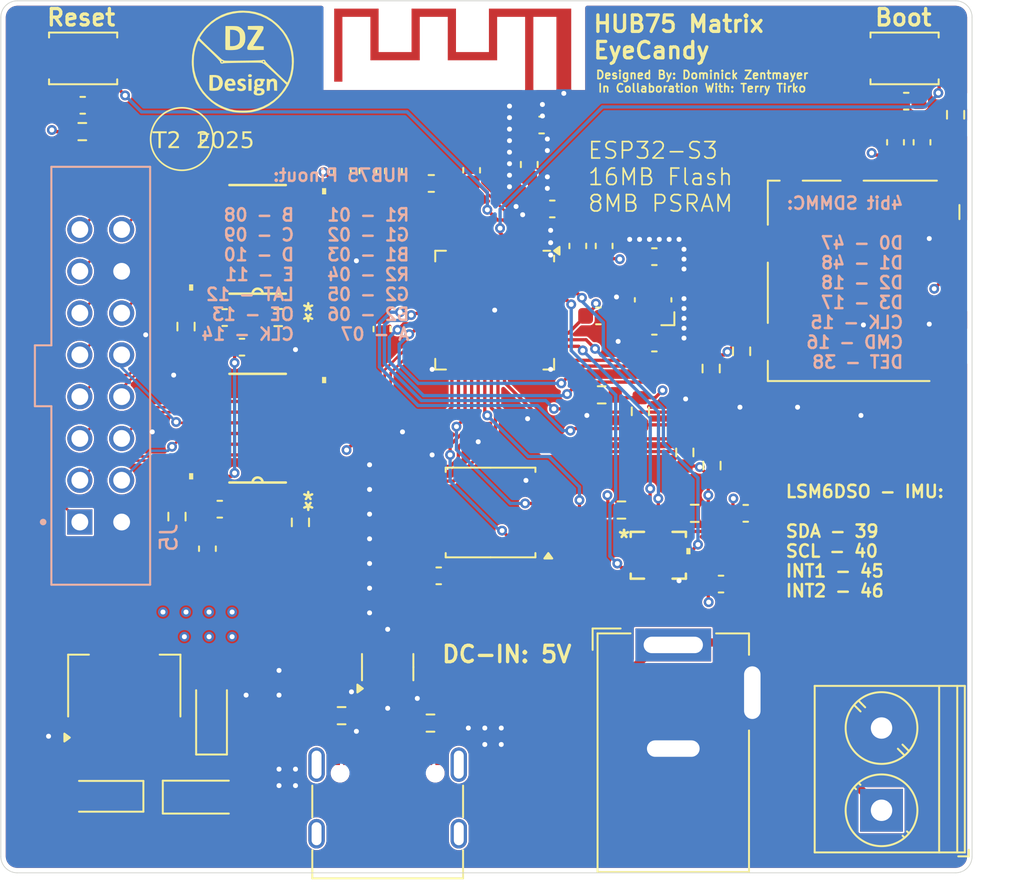
<source format=kicad_pcb>
(kicad_pcb (version 20241229) (generator "pcbnew") (generator_version "9.0")
  (layers (0 "F.Cu" signal) (4 "In1.Cu" signal) (6 "In2.Cu" signal) (2 "B.Cu" signal) (13 "F.Paste" user) (15 "B.Paste" user) (5 "F.SilkS" user "F.Silkscreen") (7 "B.SilkS" user "B.Silkscreen") (1 "F.Mask" user) (3 "B.Mask" user) (25 "Edge.Cuts" user))
  (net 0 "")
  (net 1 "GND")
  (net 2 "XTAL_N")
  (net 3 "XTAL_P")
  (net 4 "+3V3")
  (net 5 "VDD3P3")
  (net 6 "EN")
  (net 7 "VDD_SDIO")
  (net 8 "LNA")
  (net 9 "BOOT")
  (net 10 "VBUS")
  (net 11 "+5V")
  (net 13 "Net-(J1-D+-PadA6)")
  (net 14 "Net-(J1-D--PadA7)")
  (net 18 "Net-(J1-CC2)")
  (net 19 "Net-(J1-CC1)")
  (net 22 "Net-(U7-*OE)")
  (net 23 "Net-(U7-DIR)")
  (net 24 "D-")
  (net 25 "D+")
  (net 26 "G2")
  (net 27 "R1")
  (net 28 "G1")
  (net 29 "B2")
  (net 30 "B1")
  (net 31 "R2")
  (net 32 "B")
  (net 33 "A")
  (net 34 "C")
  (net 35 "CLK")
  (net 36 "D")
  (net 37 "LAT")
  (net 38 "OE")
  (net 39 "E")
  (net 40 "D0")
  (net 41 "D3")
  (net 42 "D2")
  (net 43 "CMD")
  (net 44 "D1")
  (net 45 "DET")
  (net 46 "SDA")
  (net 47 "SCL")
  (net 48 "INT1")
  (net 49 "INT2")
  (net 50 "Net-(U5-FP)")
  (net 51 "Net-(U6-XTAL_P)")
  (net 52 "Net-(U8-DIR)")
  (net 53 "Net-(U8-*OE)")
  (net 56 "Net-(U4-DI(IO0))")
  (net 57 "Net-(U4-IO3)")
  (net 58 "Net-(U4-IO2)")
  (net 59 "Net-(U4-~{CS})")
  (net 60 "Net-(U4-DO(IO1))")
  (net 61 "Net-(U4-CLK)")
  (net 68 "unconnected-(U6-GPIO37-Pad42)")
  (net 70 "SD_CLK")
  (footprint "Capacitor_SMD:C_0603_1608Metric" (layer "F.Cu") (at 153.1 89.45)
    (property "Reference" "C9" (hide yes))
    (property "Value" "1.8pF" (hide yes))
  )
  (footprint "Package_TO_SOT_SMD:SOT-223-3_TabPin2" (layer "F.Cu") (at 127.1 118.45 90)
    (property "Reference" "U2" (hide yes))
    (property "Value" "AMS1117-3.3" (hide yes))
  )
  (footprint "Resistor_SMD:R_0603_1608Metric" (layer "F.Cu") (at 137.8 108.5 90)
    (property "Reference" "R11" (hide yes))
    (property "Value" "10k" (hide yes))
  )
  (footprint "Resistor_SMD:R_0603_1608Metric" (layer "F.Cu") (at 177.6 83.725 90)
    (property "Reference" "R14" (hide yes))
    (property "Value" "10k" (hide yes))
  )
  (footprint "Inductor_SMD:L_0402_1005Metric" (layer "F.Cu") (at 155.9 93.8 180)
    (property "Reference" "L2" (hide yes))
    (property "Value" "22nH" (hide yes))
  )
  (footprint "Capacitor_SMD:C_0603_1608Metric" (layer "F.Cu") (at 173.95 85.4 90)
    (property "Reference" "C6" (hide yes))
    (property "Value" "1uF" (hide yes))
  )
  (footprint "Capacitor_SMD:C_0603_1608Metric" (layer "F.Cu") (at 141.9 87.15 90)
    (property "Reference" "C11" (hide yes))
    (property "Value" "1uF" (hide yes))
  )
  (footprint "Resistor_SMD:R_0603_1608Metric" (layer "F.Cu") (at 156.1 100.75 180)
    (property "Reference" "R8" (hide yes))
    (property "Value" "10k" (hide yes))
  )
  (footprint "Capacitor_SMD:C_0603_1608Metric" (layer "F.Cu") (at 175.56 85.4 90)
    (property "Reference" "C7" (hide yes))
    (property "Value" "100nF" (hide yes))
  )
  (footprint "Resistor_SMD:R_0603_1608Metric" (layer "F.Cu") (at 162.8 105.05 90)
    (property "Reference" "R6" (hide yes))
    (property "Value" "10k" (hide yes))
  )
  (footprint "Resistor_SMD:R_0603_1608Metric" (layer "F.Cu") (at 130.3 108.15 -90)
    (property "Reference" "R16" (hide yes))
    (property "Value" "10k" (hide yes))
  )
  (footprint "Resistor_SMD:R_0603_1608Metric" (layer "F.Cu") (at 161.75 107.95 180)
    (property "Reference" "R4" (hide yes))
    (property "Value" "10k" (hide yes))
  )
  (footprint "Resistor_SMD:R_0603_1608Metric" (layer "F.Cu") (at 145.7 120.7 180)
    (property "Reference" "R2" (hide yes))
    (property "Value" "5.1k" (hide yes))
  )
  (footprint "Capacitor_SMD:C_0603_1608Metric" (layer "F.Cu") (at 159.3 97.6 180)
    (property "Reference" "C18" (hide yes))
    (property "Value" "12pF" (hide yes))
  )
  (footprint "Capacitor_SMD:C_0603_1608Metric" (layer "F.Cu") (at 143.45 87.15 90)
    (property "Reference" "C12" (hide yes))
    (property "Value" "100nF" (hide yes))
  )
  (footprint "Connector_USB:USB_C_Receptacle_G-Switch_GT-USB-7010ASV" (layer "F.Cu") (at 143.1 126.35)
    (property "Reference" "J1" (hide yes))
    (property "Value" "USB_C_Receptacle_USB2.0_16P" (hide yes))
  )
  (footprint "Inductor_SMD:L_0603_1608Metric" (layer "F.Cu") (at 151.7 86.75 90)
    (property "Reference" "L1" (hide yes))
    (property "Value" "2.4nH" (hide yes))
  )
  (footprint "Connector_BarrelJack:BarrelJack_GCT_DCJ200-10-A_Horizontal" (layer "F.Cu") (at 160.45 115.95)
    (property "Reference" "J2" (hide yes))
    (property "Value" "Barrel_Jack_MountingPin" (hide yes))
  )
  (footprint "Capacitor_SMD:C_0603_1608Metric" (layer "F.Cu") (at 156.25 91.7 90)
    (property "Reference" "C17" (hide yes))
    (property "Value" "1uF" (hide yes))
  )
  (footprint "Capacitor_SMD:C_0603_1608Metric" (layer "F.Cu") (at 133.2 96.05)
    (property "Reference" "C24" (hide yes))
    (property "Value" "100nF" (hide yes))
  )
  (footprint "Capacitor_SMD:C_0603_1608Metric" (layer "F.Cu") (at 146.2 111.75)
    (property "Reference" "C5" (hide yes))
    (property "Value" "100nF" (hide yes))
  )
  (footprint "Button_Switch_SMD:SW_Push_SPST_NO_Alps_SKRK" (layer "F.Cu") (at 124.6 80.3)
    (property "Reference" "SW1" (hide yes))
    (property "Value" "EN" (hide yes))
  )
  (footprint "Capacitor_SMD:C_0603_1608Metric" (layer "F.Cu") (at 148.2 87.1 90)
    (property "Reference" "C14" (hide yes))
    (property "Value" "100nF" (hide yes))
  )
  (footprint "Package_SO:SOIC-8_5.23x5.23mm_P1.27mm" (layer "F.Cu") (at 149.35 107.9 180)
    (property "Reference" "U4" (hide yes))
    (property "Value" "W25Q128JVS" (hide yes))
  )
  (footprint "LOGO" (layer "F.Cu") (at 134.3 80.5)
    (property "Reference" "G***" (hide yes))
    (property "Value" "LOGO" (hide yes))
  )
  (footprint "Capacitor_SMD:C_0603_1608Metric" (layer "F.Cu") (at 174.6 82.9 180)
    (property "Reference" "C21" (hide yes))
    (property "Value" "100nF" (hide yes))
  )
  (footprint "Resistor_SMD:R_0603_1608Metric" (layer "F.Cu") (at 158.45 101.75 -90)
    (property "Reference" "R5" (hide yes))
    (property "Value" "10k" (hide yes))
  )
  (footprint "Capacitor_SMD:C_0603_1608Metric" (layer "F.Cu") (at 163.35 112.25)
    (property "Reference" "C1" (hide yes))
    (property "Value" "100nF" (hide yes))
  )
  (footprint "Capacitor_SMD:C_0603_1608Metric" (layer "F.Cu") (at 132.9 107.7)
    (property "Reference" "C25" (hide yes))
    (property "Value" "100nF" (hide yes))
  )
  (footprint "footprints:PW20" (layer "F.Cu") (at 135.2 102.774999 180)
    (property "Reference" "U8" (hide yes))
    (property "Value" "SN74HCT245PWR")
  )
  (footprint "Capacitor_Tantalum_SMD:CP_EIA-3216-10_Kemet-I" (layer "F.Cu") (at 132.4 120.3 90)
    (property "Reference" "C2" (hide yes))
    (property "Value" "22uF" (hide yes))
  )
  (footprint "Capacitor_SMD:C_0603_1608Metric" (layer "F.Cu") (at 134.25 97.85)
    (property "Reference" "C22" (hide yes))
    (property "Value" "1uF" (hide yes))
  )
  (footprint "Capacitor_SMD:C_0603_1608Metric" (layer "F.Cu") (at 164.85 107.95)
    (property "Reference" "C4" (hide yes))
    (property "Value" "100nF" (hide yes))
  )
  (footprint "Resistor_SMD:R_0603_1608Metric" (layer "F.Cu") (at 130.85 96.6 -90)
    (property "Reference" "R15" (hide yes))
    (property "Value" "10k" (hide yes))
  )
  (footprint "Package_TO_SOT_SMD:SOT-23-6" (layer "F.Cu") (at 143.1 117.3 90)
    (property "Reference" "U3" (hide yes))
    (property "Value" "USBLC6-2SC6" (hide yes))
  )
  (footprint "Diode_SMD:D_SOD-123" (layer "F.Cu") (at 131.8 125.2)
    (property "Reference" "D1" (hide yes))
    (property "Value" "MBR0540" (hide yes))
  )
  (footprint "Capacitor_SMD:C_0603_1608Metric" (layer "F.Cu") (at 124.575 83.15 180)
    (property "Reference" "C20" (hide yes))
    (property "Value" "1uF" (hide yes))
  )
  (footprint "Package_DFN_QFN:QFN-56-1EP_7x7mm_P0.4mm_EP5.6x5.6mm" (layer "F.Cu") (at 149.6 95.6 -90)
    (property "Reference" "U6" (hide yes))
    (property "Value" "ESP32-S3" (hide yes))
  )
  (footprint "Resistor_SMD:R_0603_1608Metric" (layer "F.Cu") (at 164.6 98.1 -90)
    (property "Reference" "R10" (hide yes))
    (property "Value" "10k" (hide yes))
  )
  (footprint "Capacitor_Tantalum_SMD:CP_EIA-3216-10_Kemet-I" (layer "F.Cu") (at 125.95 125.15 180)
    (property "Reference" "C3" (hide yes))
    (property "Value" "22uF" (hide yes))
  )
  (footprint "footprints:LGA-14L_2P5X3X0P86_STM" (layer "F.Cu") (at 159.5397 110.500001)
    (property "Reference" "U1" (hide yes))
    (property "Value" "LSM6DSOTR")
  )
  (footprint "Inductor_SMD:L_0603_1608Metric" (layer "F.Cu") (at 145.75 87.9)
    (property "Reference" "L3" (hide yes))
    (property "Value" "2.0nH" (hide yes))
  )
  (footprint "Capacitor_SMD:C_0603_1608Metric" (layer "F.Cu") (at 152.45 84.35)
    (property "Reference" "C8" (hide yes))
    (property "Value" "1.8pF" (hide yes))
  )
  (footprint "footprints:PW20" (layer "F.Cu") (at 135.2 91.3 180)
    (property "Reference" "U7" (hide yes))
    (property "Value" "SN74HCT245PWR")
  )
  (footprint "Capacitor_SMD:C_0603_1608Metric" (layer "F.Cu") (at 155.9 95.95)
    (property "Reference" "C15" (hide yes))
    (property "Value" "100nF" (hide yes))
  )
  (footprint "TerminalBlock_Phoenix:TerminalBlock_Phoenix_PT-1,5-2-5.0-H_1x02_P5.00mm_Horizontal" (layer "F.Cu") (at 173.1 126 90)
    (property "Reference" "J3" (hide yes))
    (property "Value" "Screw_Terminal_01x02" (hide yes))
  )
  (footprint "Resistor_SMD:R_0603_1608Metric" (layer "F.Cu") (at 124.55 84.75)
    (property "Reference" "R13" (hide yes))
    (property "Value" "10k" (hide yes))
  )
  (footprint "Resistor_SMD:R_0603_1608Metric" (layer "F.Cu") (at 162.75 99.15 -90)
    (property "Reference" "R9" (hide yes))
    (property "Value" "10k" (hide yes))
  )
  (footprint "Button_Switch_SMD:SW_Push_SPST_NO_Alps_SKRK" (layer "F.Cu") (at 174.5 80.3)
    (property "Reference" "SW2" (hide yes))
    (property "Value" "BOOT" (hide yes))
  )
  (footprint "Crystal:Crystal_SMD_Abracon_ABM10-4Pin_2.5x2.0mm" (layer "F.Cu") (at 159.225 94.975 180)
    (property "Reference" "X1" (hide yes))
    (property "Value" "40MHz" (hide yes))
  )
  (footprint "Capacitor_SMD:C_0603_1608Metric" (layer "F.Cu") (at 132.15 110.1 -90)
    (property "Reference" "C23" (hide yes))
    (property "Value" "1uF" (hide yes))
  )
  (footprint "Resistor_SMD:R_0603_1608Metric" (layer "F.Cu") (at 157.3 107.75)
    (property "Reference" "R3" (hide yes))
    (property "Value" "10k" (hide yes))
  )
  (footprint "Capacitor_SMD:C_0603_1608Metric" (layer "F.Cu") (at 154.65 91.7 90)
    (property "Reference" "C16" (hide yes))
    (property "Value" "10nF" (hide yes))
  )
  (footprint "Capacitor_SMD:C_0603_1608Metric" (layer "F.Cu") (at 159.3 92.35)
    (property "Reference" "C19" (hide yes))
    (property "Value" "12pF" (hide yes))
  )
  (footprint "Resistor_SMD:R_0603_1608Metric" (layer "F.Cu") (at 140.3 120.25)
    (property "Reference" "R1" (hide yes))
    (property "Value" "5.1k" (hide yes))
  )
  (footprint "Capacitor_SMD:C_0603_1608Metric" (layer "F.Cu") (at 142.75 96.75 -90)
    (property "Reference" "C13" (hide yes))
    (property "Value" "100nF" (hide yes))
  )
  (footprint "Capacitor_SMD:C_0603_1608Metric" (layer "F.Cu") (at 140.35 87.15 90)
    (property "Reference" "C10" (hide yes))
    (property "Value" "10uF" (hide yes))
  )
  (footprint "Resistor_SMD:R_0603_1608Metric" (layer "F.Cu") (at 161.15 104.25 90)
    (property "Reference" "R7" (hide yes))
    (property "Value" "10k" (hide yes))
  )
  (footprint "Connector_Card:microSD_HC_Molex_104031-0811" (layer "F.Cu") (at 172.0125 93.8 -90)
    (property "Reference" "J4" (hide yes))
    (property "Value" "Micro_SD_Card_Det2" (hide yes))
  )
  (footprint "Resistor_SMD:R_0603_1608Metric" (layer "F.Cu") (at 136.45 96.05 180)
    (property "Reference" "R12" (hide yes))
    (property "Value" "10k" (hide yes))
  )
  (footprint "RF_Antenna:Texas_SWRA117D_2.4GHz_Left" (layer "F.Cu") (at 151.7 82.425)
    (property "Reference" "U5" (hide yes))
    (property "Value" "~" (hide yes))
  )
  (footprint "footprints:SULLINS_SFH11-PBPC-D08-ST-BK" (layer "B.Cu") (at 125.67 99.59 90)
    (property "Reference" "J5")
    (property "Value" "SFH11-PBPC-D08-ST-BK")
  )
  (gr_circle (center 130.6 85.2) (end 132.5 85.2) (stroke (width 0.1)) (fill no) (layer "F.SilkS"))
  (gr_arc (start 178.6 128.8) (mid 178.307107 129.507107) (end 177.6 129.8) (stroke (width 0.05)) (layer "Edge.Cuts"))
  (gr_line (start 178.6 128.8) (end 178.6 77.8) (stroke (width 0.05)) (layer "Edge.Cuts"))
  (gr_arc (start 120.6 129.8) (mid 119.892893 129.507107) (end 119.6 128.8) (stroke (width 0.05)) (layer "Edge.Cuts"))
  (gr_arc (start 119.6 77.8) (mid 119.892893 77.092893) (end 120.6 76.8) (stroke (width 0.05)) (layer "Edge.Cuts"))
  (gr_arc (start 177.6 76.8) (mid 178.307107 77.092893) (end 178.6 77.8) (stroke (width 0.05)) (layer "Edge.Cuts"))
  (gr_line (start 119.6 77.8) (end 119.6 128.8) (stroke (width 0.05)) (layer "Edge.Cuts"))
  (gr_line (start 120.6 129.8) (end 177.6 129.8) (stroke (width 0.05)) (layer "Edge.Cuts"))
  (gr_line (start 177.6 76.8) (end 120.6 76.8) (stroke (width 0.05)) (layer "Edge.Cuts"))
  (gr_text "DC-IN: 5V" (at 146.3 117.1 0) (layer "F.SilkS") (effects (font (size 1 1) (thickness 0.2) (bold yes)) (justify left bottom)))
  (gr_text "T2  2025" (at 128.819988 85.919951 0) (layer "F.SilkS") (effects (font (size 1 1) (thickness 0.1)) (justify left bottom)))
  (gr_text "Designed By: Dominick Zentmayer\nIn Collaboration With: Terry Tirko" (at 162.2 82.4 0) (layer "F.SilkS") (effects (font (size 0.5 0.5) (thickness 0.1) (bold yes)) (justify bottom)))
  (gr_text "E" (at 131.438272 85.800214 0) (layer "F.SilkS") (effects (font (size 0.8 1) (thickness 0.1)) (justify left bottom)))
  (gr_text "LSM6DSO - IMU:\n\nSDA - 39\nSCL - 40\nINT1 - 45\nINT2 - 46" (at 167.2 113.1 0) (layer "F.SilkS") (effects (font (size 0.75 0.75) (thickness 0.15) (bold yes)) (justify left bottom)))
  (gr_text "Reset" (at 122.3 78.4 0) (layer "F.SilkS") (effects (font (size 1 1) (thickness 0.2) (bold yes)) (justify left bottom)))
  (gr_text "HUB75 Matrix\nEyeCandy " (at 155.5 80.4 0) (layer "F.SilkS") (effects (font (size 1 1) (thickness 0.2) (bold yes)) (justify left bottom)))
  (gr_text "Boot" (at 172.6 78.4 0) (layer "F.SilkS") (effects (font (size 1 1) (thickness 0.2) (bold yes)) (justify left bottom)))
  (gr_text "ESP32-S3\n16MB Flash\n8MB PSRAM" (at 155.2 89.7 0) (layer "F.SilkS") (effects (font (size 1 1) (thickness 0.1)) (justify left bottom)))
  (gr_text "B - 08\nC - 09\nD - 10\nE - 11\nLAT - 12\nOE - 13\nCLK - 14\n" (at 137.5 97.5 0) (layer "B.SilkS") (effects (font (size 0.75 0.75) (thickness 0.15) (bold yes)) (justify left bottom mirror)))
  (gr_text "HUB75 Pinout:\n\nR1 - 01\nG1 - 02\nB1 - 03\nR2 - 04\nG2 - 05\nB2 - 06\nA - 07" (at 144.5 97.5 0) (layer "B.SilkS") (effects (font (size 0.75 0.75) (thickness 0.15) (bold yes)) (justify left bottom mirror)))
  (gr_text "4bit SDMMC:\n\nD0 - 47\nD1 - 48\nD2 - 18\nD3 - 17\nCLK - 15\nCMD - 16\nDET - 38" (at 174.5 99.2 0) (layer "B.SilkS") (effects (font (size 0.75 0.75) (thickness 0.15) (bold yes)) (justify left bottom mirror)))
  (segment (start 176.255 96.195) (end 176 96.45) (width 0.2) (layer "F.Cu") (net 1))
  (segment (start 124.6 121.8) (end 124.8 121.6) (width 0.5) (layer "F.Cu") (net 1))
  (segment (start 151.545 105.995) (end 151.5 105.95) (width 0.2) (layer "F.Cu") (net 1))
  (segment (start 143.1 118.4375) (end 143.1 119.8) (width 0.2) (layer "F.Cu") (net 1))
  (segment (start 160.039699 111.589699) (end 160.5 112.05) (width 0.2) (layer "F.Cu") (net 1))
  (segment (start 124.6 125.15) (end 124.6 121.8) (width 0.5) (layer "F.Cu") (net 1))
  (segment (start 152.95 105.995) (end 151.545 105.995) (width 0.2) (layer "F.Cu") (net 1))
  (segment (start 160.039699 111.456301) (end 160.039699 111.589699) (width 0.2) (layer "F.Cu") (net 1))
  (segment (start 160.5 112.05) (end 160.8 112.05) (width 0.2) (layer "F.Cu") (net 1))
  (segment (start 177.4625 96.195) (end 176.255 96.195) (width 0.2) (layer "F.Cu") (net 1))
  (via (at 152.8 85.2) (size 0.6) (drill 0.3) (layers "F.Cu" "B.Cu") (net 1))
  (via (at 130.1 99.55) (size 0.6) (drill 0.3) (layers "F.Cu" "B.Cu") (net 1))
  (via (at 134.5 119) (size 0.6) (drill 0.3) (layers "F.Cu" "B.Cu") (net 1))
  (via (at 160.2 91.3) (size 0.6) (drill 0.3) (layers "F.Cu" "B.Cu") (net 1))
  (via (at 122.5 121.5) (size 0.6) (drill 0.3) (layers "F.Cu" "B.Cu") (net 1))
  (via (at 144 103) (size 0.6) (drill 0.3) (layers "F.Cu" "B.Cu") (net 1))
  (via (at 161.2 101) (size 0.6) (drill 0.3) (layers "F.Cu" "B.Cu") (net 1))
  (via (at 161.1 97.3) (size 0.6) (drill 0.3) (layers "F.Cu" "B.Cu") (net 1))
  (via (at 161.1 96.7) (size 0.6) (drill 0.3) (layers "F.Cu" "B.Cu") (net 1))
  (via (at 152.5 83.1) (size 0.6) (drill 0.3) (layers "F.Cu" "B.Cu") (net 1))
  (via (at 151.3 89.8) (size 0.6) (drill 0.3) (layers "F.Cu" "B.Cu") (net 1))
  (via (at 150.5 85.3) (size 0.6) (drill 0.3) (layers "F.Cu" "B.Cu") (net 1))
  (via (at 137.5 124.5) (size 0.6) (drill 0.3) (layers "F.Cu" "B.Cu") (net 1))
  (via (at 143.1 115) (size 0.6) (drill 0.3) (layers "F.Cu" "B.Cu") (net 1))
  (via (at 152.8 87.5) (size 0.6) (drill 0.3) (layers "F.Cu" "B.Cu") (net 1))
  (via (at 149 121) (size 0.6) (drill 0.3) (layers "F.Cu" "B.Cu") (net 1))
  (via (at 142 111) (size 0.6) (drill 0.3) (layers "F.Cu" "B.Cu") (net 1))
  (via (at 150.5 88.1) (size 0.6) (drill 0.3) (layers "F.Cu" "B.Cu") (net 1))
  (via (at 145.8 99.2) (size 0.6) (drill 0.3) (layers "F.Cu" "B.Cu") (net 1))
  (via (at 150.5 86.7) (size 0.6) (drill 0.3) (layers "F.Cu" "B.Cu") (net 1))
  (via (at 137.5 98) (size 0.6) (drill 0.3) (layers "F.Cu" "B.Cu") (net 1))
  (via (at 144.9 119.2) (size 0.6) (drill 0.3) (layers "F.Cu" "B.Cu") (net 1))
  (via (at 142 114) (size 0.6) (drill 0.3) (layers "F.Cu" "B.Cu") (net 1))
  (via (at 149.6 95.6) (size 0.6) (drill 0.3) (layers "F.Cu" "B.Cu") (net 1))
  (via (at 150.5 83.2) (size 0.6) (drill 0.3) (layers "F.Cu" "B.Cu") (net 1))
  (via (at 151.5 105.95) (size 0.6) (drill 0.3) (layers "F.Cu" "B.Cu") (net 1))
  (via (at 142 109.5) (size 0.6) (drill 0.3) (layers "F.Cu" "B.Cu") (net 1))
  (via (at 136.5 117.5) (size 0.6) (drill 0.3) (layers "F.Cu" "B.Cu") (net 1))
  (via (at 153 99.2) (size 0.6) (drill 0.3) (layers "F.Cu" "B.Cu") (net 1))
  (via (at 141.2 121.2) (size 0.6) (drill 0.3) (layers "F.Cu" "B.Cu") (net 1))
  (via (at 142 105) (size 0.6) (drill 0.3) (layers "F.Cu" "B.Cu") (net 1))
  (via (at 128.8 103) (size 0.6) (drill 0.3) (layers "F.Cu" "B.Cu") (net 1))
  (via (at 153 91.5) (size 0.6) (drill 0.3) (layers "F.Cu" "B.Cu") (net 1))
  (via (at 152.8 88.2) (size 0.6) (drill 0.3) (layers "F.Cu" "B.Cu") (net 1))
  (via (at 150.9 89.3) (size 0.6) (drill 0.3) (layers "F.Cu" "B.Cu") (net 1))
  (via (at 157.8 91.3) (size 0.6) (drill 0.3) (layers "F.Cu" "B.Cu") (net 1))
  (via (at 148 121) (size 0.6) (drill 0.3) (layers "F.Cu" "B.Cu") (net 1))
  (via (at 157.1 97.5) (size 0.6) (drill 0.3) (layers "F.Cu" "B.Cu") (net 1))
  (via (at 143.1 119.8) (size 0.6) (drill 0.3) (layers "F.Cu" "B.Cu") (net 1))
  (via (at 150.5 83.9) (size 0.6) (drill 0.3) (layers "F.Cu" "B.Cu") (net 1))
  (via (at 171.85 102) (size 0.6) (drill 0.3) (layers "F.Cu" "B.Cu") (net 1))
  (via (at 137.5 123.5) (size 0.6) (drill 0.3) (layers "F.Cu" "B.Cu") (net 1))
  (via (at 136.5 124.5) (size 0.6) (drill 0.3) (layers "F.Cu" "B.Cu") (net 1))
  (via (at 155.2 102) (size 0.6) (drill 0.3) (layers "F.Cu" "B.Cu") (net 1))
  (via (at 150 121) (size 0.6) (drill 0.3) (layers "F.Cu" "B.Cu") (net 1))
  (via (at 159 91.3) (size 0.6) (drill 0.3) (layers "F.Cu" "B.Cu") (net 1))
  (via (at 157 94.8) (size 0.6) (drill 0.3) (layers "F.Cu" "B.Cu") (net 1))
  (via (at 145.8 104.4) (size 0.6) (drill 0.3) (layers "F.Cu" "B.Cu") (net 1))
  (via (at 152.5 83.8) (size 0.6) (drill 0.3) (layers "F.Cu" "B.Cu") (net 1))
  (via (at 128.4 97.1) (size 0.6) (drill 0.3) (layers "F.Cu" "B.Cu") (net 1))
  (via (at 176 96.45) (size 0.6) (drill 0.3) (layers "F.Cu" "B.Cu") (net 1))
  (via (at 164.5 101.5) (size 0.6) (drill 0.3) (layers "F.Cu" "B.Cu") (net 1))
  (via (at 141.2 92.6) (size 0.6) (drill 0.3) (layers "F.Cu" "B.Cu") (net 1))
  (via (at 153 90.75) (size 0.6) (drill 0.3) (layers "F.Cu" "B.Cu") (net 1))
  (via (at 150 122) (size 0.6) (drill 0.3) (layers "F.Cu" "B.Cu") (net 1))
  (via (at 161.1 95.5) (size 0.6) (drill 0.3) (layers "F.Cu" "B.Cu") (net 1))
  (via (at 161.1 96.1) (size 0.6) (drill 0.3) (layers "F.Cu" "B.Cu") (net 1))
  (via (at 161.1 94.9) (size 0.6) (drill 0.3) (layers "F.Cu" "B.Cu") (net 1))
  (via (at 153 92.25) (size 0.6) (drill 0.3) (layers "F.Cu" "B.Cu") (net 1))
  (via (at 161.1 92.5) (size 0.6) (drill 0.3) (layers "F.Cu" "B.Cu") (net 1))
  (via (at 150.5 87.4) (size 0.6) (drill 0.3) (layers "F.Cu" "B.Cu") (net 1))
  (via (at 172 96.5) (size 0.6) (drill 0.3) (layers "F.Cu" "B.Cu") (net 1))
  (via (at 140.9 118.8) (size 0.6) (drill 0.3) (layers "F.Cu" "B.Cu") (net 1))
  (via (at 158.4 91.3) (size 0.6) (drill 0.3) (layers "F.Cu" "B.Cu") (net 1))
  (via (at 159.6 91.3) (size 0.6) (drill 0.3) (layers "F.Cu" "B.Cu") (net 1))
  (via (at 151.6 102.2) (size 0.6) (drill 0.3) (layers "F.Cu" "B.Cu") (net 1))
  (via (at 142 108) (size 0.6) (drill 0.3) (layers "F.Cu" "B.Cu") (net 1))
  (via (at 152.8 85.9) (size 0.6) (drill 0.3) (layers "F.Cu" "B.Cu") (net 1))
  (via (at 142 112.5) (size 0.6) (drill 0.3) (layers "F.Cu" "B.Cu") (net 1))
  (via (at 136.5 123.5) (size 0.6) (drill 0.3) (layers "F.Cu" "B.Cu") (net 1))
  (via (at 149 122) (size 0.6) (drill 0.3) (layers "F.Cu" "B.Cu") (net 1))
  (via (at 142 106.5) (size 0.6) (drill 0.3) (layers "F.Cu" "B.Cu") (net 1))
  (via (at 168 101.5) (size 0.6) (drill 0.3) (layers "F.Cu" "B.Cu") (net 1))
  (via (at 136.5 119) (size 0.6) (drill 0.3) (layers "F.Cu" "B.Cu") (net 1))
  (via (at 176 91.25) (size 0.6) (drill 0.3) (layers "F.Cu" "B.Cu") (net 1))
  (via (at 150.5 86) (size 0.6) (drill 0.3) (layers "F.Cu" "B.Cu") (net 1))
  (via (at 150.5 84.6) (size 0.6) (drill 0.3) (layers "F.Cu" "B.Cu") (net 1))
  (via (at 160.8 91.3) (size 0.6) (drill 0.3) (layers "F.Cu" "B.Cu") (net 1))
  (via (at 161.1 93.1) (size 0.6) (drill 0.3) (layers "F.Cu" "B.Cu") (net 1))
  (via (at 148.6 103.6) (size 0.6) (drill 0.3) (layers "F.Cu" "B.Cu") (net 1))
  (via (at 161.1 91.9) (size 0.6) (drill 0.3) (layers "F.Cu" "B.Cu") (net 1))
  (via (at 160.8 112.05) (size 0.6) (drill 0.3) (layers "F.Cu" "B.Cu") (net 1))
  (segment (start 153.0375 94.2) (end 153.135732 94.298232) (width 0.156464) (layer "F.Cu") (net 2))
  (segment (start 159.05 95) (end 159.85 95.8) (width 0.156464) (layer "F.Cu") (net 2))
  (segment (start 160.075 97.6) (end 160.075 96.025) (width 0.2) (layer "F.Cu") (net 2))
  (segment (start 160.075 96.025) (end 159.85 95.8) (width 0.2) (layer "F.Cu") (net 2))
  (segment (start 157.298232 94.298232) (end 158 95) (width 0.156464) (layer "F.Cu") (net 2))
  (segment (start 153.135732 94.298232) (end 157.298232 94.298232) (width 0.156464) (layer "F.Cu") (net 2))
  (segment (start 158 95) (end 159.05 95) (width 0.156464) (layer "F.Cu") (net 2))
  (segment (start 158.525 94.075) (end 158.6 94.15) (width 0.2) (layer "F.Cu") (net 3))
  (segment (start 156.385 93.8) (end 158.25 93.8) (width 0.156464) (layer "F.Cu") (net 3))
  (segment (start 158.525 92.35) (end 158.525 94.075) (width 0.2) (layer "F.Cu") (net 3))
  (segment (start 158.25 93.8) (end 158.6 94.15) (width 0.156464) (layer "F.Cu") (net 3))
  (segment (start 162 105.075) (end 162.0625 105.1375) (width 0.2) (layer "F.Cu") (net 4))
  (segment (start 164.075 107.95) (end 162.975 109.05) (width 0.2) (layer "F.Cu") (net 4))
  (segment (start 155.125 95.95) (end 154.075 97) (width 0.2) (layer "F.Cu") (net 4))
  (segment (start 175.975 86.175) (end 175.56 86.175) (width 0.2) (layer "F.Cu") (net 4))
  (segment (start 144.9375 87.925) (end 144.9625 87.9) (width 0.156464) (layer "F.Cu") (net 4))
  (segment (start 156.25 92.475) (end 157.175 92.475) (width 0.2) (layer "F.Cu") (net 4))
  (segment (start 155.75 95.325) (end 155.125 95.95) (width 0.2) (layer "F.Cu") (net 4))
  (segment (start 163.55 98.325) (end 163.7375 98.1375) (width 0.2) (layer "F.Cu") (net 4))
  (segment (start 173.95 86.175) (end 175.56 86.175) (width 0.2) (layer "F.Cu") (net 4))
  (segment (start 155.75 95.2) (end 155.75 95.325) (width 0.2) (layer "F.Cu") (net 4))
  (segment (start 127.3 121.8) (end 127.1 121.6) (width 0.5) (layer "F.Cu") (net 4))
  (segment (start 162.575 112.25) (end 162.575 113.325) (width 0.2) (layer "F.Cu") (net 4))
  (segment (start 140.35 87.925) (end 139.925 87.925) (width 0.156464) (layer "F.Cu") (net 4))
  (segment (start 162.0625 105.1375) (end 162.8 105.875) (width 0.2) (layer "F.Cu") (net 4))
  (segment (start 153.75 93) (end 154.3 92.45) (width 0.2) (layer "F.Cu") (net 4))
  (segment (start 127.3 125.15) (end 127.3 121.8) (width 0.5) (layer "F.Cu") (net 4))
  (segment (start 162.575 106.85) (end 162.575 106.1) (width 0.2) (layer "F.Cu") (net 4))
  (segment (start 162.975 109.05) (end 160.5334 109.05) (width 0.2) (layer "F.Cu") (net 4))
  (segment (start 159.039701 111.944591) (end 159.84511 112.75) (width 0.2) (layer "F.Cu") (net 4))
  (segment (start 162.575 107.95) (end 162.575 106.85) (width 0.2) (layer "F.Cu") (net 4))
  (segment (start 153.725 93.4) (end 154.65 92.475) (width 0.2) (layer "F.Cu") (net 4))
  (segment (start 143.725 95) (end 146.1625 95) (width 0.2) (layer "F.Cu") (net 4))
  (segment (start 123.725 84.75) (end 122.8 84.75) (width 0.2) (layer "F.Cu") (net 4))
  (segment (start 156.875 100.925) (end 158.45 100.925) (width 0.2) (layer "F.Cu") (net 4))
  (segment (start 154.3 92.45) (end 156.225 92.45) (width 0.2) (layer "F.Cu") (net 4))
  (segment (start 161.575002 111.250002) (end 162.575 112.25) (width 0.2) (layer "F.Cu") (net 4))
  (segment (start 142.75 95.975) (end 143.725 95) (width 0.2) (layer "F.Cu") (net 4))
  (segment (start 172.625 86.175) (end 172.5 86.05) (width 0.2) (layer "F.Cu") (net 4))
  (segment (start 141.95 102.757108) (end 141.95 96.775) (width 0.2) (layer "F.Cu") (net 4))
  (segment (start 159.84511 112.75) (end 162.075 112.75) (width 0.2) (layer "F.Cu") (net 4))
  (segment (start 162.575 106.1) (end 162.8 105.875) (width 0.2) (layer "F.Cu") (net 4))
  (segment (start 162.075 112.75) (end 162.575 112.25) (width 0.2) (layer "F.Cu") (net 4))
  (segment (start 141.95 96.775) (end 142.75 95.975) (width 0.2) (layer "F.Cu") (net 4))
  (segment (start 156.475 106.875) (end 156.45 106.85) (width 0.2) (layer "F.Cu") (net 4))
  (segment (start 177.4625 93.995) (end 176.605 93.995) (width 0.2) (layer "F.Cu") (net 4))
  (segment (start 177.6 84.55) (end 175.975 86.175) (width 0.2) (layer "F.Cu") (net 4))
  (segment (start 140.35 87.925) (end 144.9375 87.925) (width 0.156464) (layer "F.Cu") (net 4))
  (segment (start 159.8 100.475) (end 159.35 100.925) (width 0.2) (layer "F.Cu") (net 4))
  (segment (start 154.075 97) (end 153.0375 97) (width 0.2) (layer "F.Cu") (net 4))
  (segment (start 153.0375 93) (end 153.75 93) (width 0.2) (layer "F.Cu") (net 4))
  (segment (start 163.7375 98.1375) (end 164.6 97.275) (width 0.2) (layer "F.Cu") (net 4))
  (segment (start 173.95 86.175) (end 172.625 86.175) (width 0.2) (layer "F.Cu") (net 4))
  (segment (start 161.15 105.075) (end 162 105.075) (width 0.2) (layer "F.Cu") (net 4))
  (segment (start 122.8 84.75) (end 122.7 84.65) (width 0.2) (layer "F.Cu") (net 4))
  (segment (start 160.5334 109.05) (end 160.039699 109.543701) (width 0.2) (layer "F.Cu") (net 4))
  (segment (start 164.075 107.95) (end 164.075 107.075) (width 0.2) (layer "F.Cu") (net 4))
  (segment (start 159.35 100.925) (end 158.45 100.925) (width 0.2) (layer "F.Cu") (net 4))
  (segment (start 156.475 107.75) (end 156.475 106.875) (width 0.2) (layer "F.Cu") (net 4))
  (segment (start 153.0375 93.4) (end 153.725 93.4) (width 0.2) (layer "F.Cu") (net 4))
  (segment (start 139.925 87.925) (end 139.2 87.2) (width 0.156464) (layer "F.Cu") (net 4))
  (segment (start 140.603554 104.103554) (end 141.95 102.757108) (width 0.2) (layer "F.Cu") (net 4))
  (segment (start 159.039701 111.456301) (end 159.039701 111.944591) (width 0.2) (layer "F.Cu") (net 4))
  (segment (start 176.605 93.995) (end 176.3 94.3) (width 0.2) (layer "F.Cu") (net 4))
  (segment (start 164.075 107.075) (end 164.1 107.05) (width 0.2) (layer "F.Cu") (net 4))
  (segment (start 127.1 121.6) (end 127.1 115.3) (width 0.5) (layer "F.Cu") (net 4))
  (segment (start 157.175 92.475) (end 157.2 92.5) (width 0.2) (layer "F.Cu") (net 4))
  (segment (start 160.75 111.250002) (end 161.575002 111.250002) (width 0.2) (layer "F.Cu") (net 4))
  (segment (start 162.575 113.325) (end 162.6 113.35) (width 0.2) (layer "F.Cu") (net 4))
  (segment (start 156.225 92.45) (end 156.25 92.475) (width 0.2) (layer "F.Cu") (net 4))
  (segment (start 162.75 98.325) (end 163.55 98.325) (width 0.2) (layer "F.Cu") (net 4))
  (via (at 162.575 106.85) (size 0.6) (drill 0.3) (layers "F.Cu" "B.Cu") (net 4))
  (via (at 164.1 107.05) (size 0.6) (drill 0.3) (layers "F.Cu" "B.Cu") (net 4))
  (via (at 133.65 113.95) (size 0.6) (drill 0.3) (layers "F.Cu" "B.Cu") (net 4))
  (via (at 156.45 106.85) (size 0.6) (drill 0.3) (layers "F.Cu" "B.Cu") (net 4))
  (via (at 129.45 113.95) (size 0.6) (drill 0.3) (layers "F.Cu" "B.Cu") (net 4))
  (via (at 176.3 94.3) (size 0.6) (drill 0.3) (layers "F.Cu" "B.Cu") (net 4))
  (via (at 172.5 86.05) (size 0.6) (drill 0.3) (layers "F.Cu" "B.Cu") (net 4))
  (via (at 162.6 113.35) (size 0.6) (drill 0.3) (layers "F.Cu" "B.Cu") (net 4))
  (via (at 130.75 115.45) (size 0.6) (drill 0.3) (layers "F.Cu" "B.Cu") (net 4))
  (via (at 139.2 87.2) (size 0.6) (drill 0.3) (layers "F.Cu" "B.Cu") (net 4))
  (via (at 155.75 95.2) (size 0.6) (drill 0.3) (layers "F.Cu" "B.Cu") (net 4))
  (via (at 159.8 100.475) (size 0.6) (drill 0.3) (layers "F.Cu" "B.Cu") (net 4))
  (via (at 162.0625 105.1375) (size 0.6) (drill 0.3) (layers "F.Cu" "B.Cu") (net 4))
  (via (at 132.25 113.95) (size 0.6) (drill 0.3) (layers "F.Cu" "B.Cu") (net 4))
  (via (at 157.2 92.5) (size 0.6) (drill 0.3) (layers "F.Cu" "B.Cu") (net 4))
  (via (at 133.65 115.45) (size 0.6) (drill 0.3) (layers "F.Cu" "B.Cu") (net 4))
  (via (at 130.85 113.95) (size 0.6) (drill 0.3) (layers "F.Cu" "B.Cu") (net 4))
  (via (at 163.7375 98.1375) (size 0.6) (drill 0.3) (layers "F.Cu" "B.Cu") (net 4))
  (via (at 132.25 115.45) (size 0.6) (drill 0.3) (layers "F.Cu" "B.Cu") (net 4))
  (via (at 122.7 84.65) (size 0.6) (drill 0.3) (layers "F.Cu" "B.Cu") (net 4))
  (via (at 140.603554 104.103554) (size 0.6) (drill 0.3) (layers "F.Cu" "B.Cu") (net 4))
  (segment (start 151.8 92.1625) (end 151.8 91.475) (width 0.156464) (layer "F.Cu") (net 5))
  (segment (start 148.2 87.875) (end 148.525 87.875) (width 0.156464) (layer "F.Cu") (net 5))
  (segment (start 151.8 91.475) (end 151.4 91.075) (width 0.156464) (layer "F.Cu") (net 5))
  (segment (start 146.5375 87.9) (end 148.175 87.9) (width 0.156464) (layer "F.Cu") (net 5))
  (segment (start 151.4 91.075) (end 151.4 92.1625) (width 0.156464) (layer "F.Cu") (net 5))
  (segment (start 148.525 87.875) (end 151.4 90.75) (width 0.156464) (layer "F.Cu") (net 5))
  (segment (start 148.175 87.9) (end 148.2 87.875) (width 0.156464) (layer "F.Cu") (net 5))
  (segment (start 151.4 90.75) (end 151.4 91.075) (width 0.156464) (layer "F.Cu") (net 5))
  (segment (start 126.7 82.1) (end 126.7 80.3) (width 0.2) (layer "F.Cu") (net 6))
  (segment (start 151 90.985997) (end 151 92.1625) (width 0.2) (layer "F.Cu") (net 6))
  (segment (start 125.35 83.15) (end 125.85 83.15) (width 0.2) (layer "F.Cu") (net 6))
  (segment (start 149.153448 89.5) (end 149.775 90.121552) (width 0.2) (layer "F.Cu") (net 6))
  (segment (start 126.7 82.3) (end 126.7 82.1) (width 0.2) (layer "F.Cu") (net 6))
  (segment (start 149.775 90.121552) (end 150.135555 90.121552) (width 0.2) (layer "F.Cu") (net 6))
  (segment (start 125.375 83.175) (end 125.35 83.15) (width 0.2) (layer "F.Cu") (net 6))
  (segment (start 125.375 84.75) (end 125.375 83.175) (width 0.2) (layer "F.Cu") (net 6))
  (segment (start 125.85 83.15) (end 126.7 82.3) (width 0.2) (layer "F.Cu") (net 6))
  (segment (start 127.15 82.55) (end 126.7 82.1) (width 0.2) (layer "F.Cu") (net 6))
  (segment (start 150.135555 90.121552) (end 151 90.985997) (width 0.2) (layer "F.Cu") (net 6))
  (via (at 127.15 82.55) (size 0.6) (drill 0.3) (layers "F.Cu" "B.Cu") (net 6))
  (via (at 149.153448 89.5) (size 0.6) (drill 0.3) (layers "F.Cu" "B.Cu") (net 6))
  (segment (start 149.153448 88.429772) (end 144.273676 83.55) (width 0.2) (layer "B.Cu") (net 6))
  (segment (start 149.153448 89.5) (end 149.153448 88.429772) (width 0.2) (layer "B.Cu") (net 6))
  (segment (start 144.273676 83.55) (end 128.15 83.55) (width 0.2) (layer "B.Cu") (net 6))
  (segment (start 128.15 83.55) (end 127.15 82.55) (width 0.2) (layer "B.Cu") (net 6))
  (segment (start 144 104.5) (end 144 110.325) (width 0.2) (layer "F.Cu") (net 7))
  (segment (start 145.425 110.13) (end 145.75 109.805) (width 0.2) (layer "F.Cu") (net 7))
  (segment (start 145.425 111.75) (end 145.425 110.13) (width 0.2) (layer "F.Cu") (net 7))
  (segment (start 147 99.0375) (end 147 101.5) (width 0.2) (layer "F.Cu") (net 7))
  (segment (start 147 101.5) (end 144 104.5) (width 0.2) (layer "F.Cu") (net 7))
  (segment (start 144 110.325) (end 145.425 111.75) (width 0.2) (layer "F.Cu") (net 7))
  (segment (start 152.2 89.575) (end 152.325 89.45) (width 0.156464) (layer "F.Cu") (net 8))
  (segment (start 152.0125 89.1375) (end 152.325 89.45) (width 0.156464) (layer "F.Cu") (net 8))
  (segment (start 152.2 92.1625) (end 152.2 89.575) (width 0.156464) (layer "F.Cu") (net 8))
  (segment (start 151.7 88.383058) (end 151.7 87.5375) (width 0.156464) (layer "F.Cu") (net 8))
  (arc (start 151.7 88.383058) (mid 151.781216 88.791359) (end 152.0125 89.1375) (width 0.156464) (layer "F.Cu") (net 8))
  (segment (start 175.375 82.9) (end 175.375 81.525) (width 0.2) (layer "F.Cu") (net 9))
  (segment (start 177.6 82.9) (end 177.6 81.3) (width 0.2) (layer "F.Cu") (net 9))
  (segment (start 177.6 81.3) (end 176.6 80.3) (width 0.2) (layer "F.Cu") (net 9))
  (segment (start 176.6 82.35) (end 176.6 80.3) (width 0.2) (layer "F.Cu") (net 9))
  (segment (start 175.375 81.525) (end 176.6 80.3) (width 0.2) (layer "F.Cu") (net 9))
  (segment (start 176.55 82.4) (end 176.6 82.35) (width 0.2) (layer "F.Cu") (net 9))
  (segment (start 149.928448 90.904396) (end 150.6 91.575948) (width 0.2) (layer "F.Cu") (net 9))
  (segment (start 150.6 91.575948) (end 150.6 92.1625) (width 0.2) (layer "F.Cu") (net 9))
  (segment (start 149.928448 90.621552) (end 149.928448 90.904396) (width 0.2) (layer "F.Cu") (net 9))
  (via (at 149.928448 90.621552) (size 0.6) (drill 0.3) (layers "F.Cu" "B.Cu") (net 9))
  (via (at 176.55 82.4) (size 0.6) (drill 0.3) (layers "F.Cu" "B.Cu") (net 9))
  (segment (start 149.928448 90.621552) (end 149.928448 89.471552) (width 0.2) (layer "B.Cu") (net 9))
  (segment (start 156.15 83.25) (end 175.75 83.25) (width 0.2) (layer "B.Cu") (net 9))
  (segment (start 149.928448 89.471552) (end 156.15 83.25) (width 0.2) (layer "B.Cu") (net 9))
  (segment (start 175.75 83.25) (end 176.55 82.45) (width 0.2) (layer "B.Cu") (net 9))
  (segment (start 176.55 82.45) (end 176.55 82.4) (width 0.2) (layer "B.Cu") (net 9))
  (segment (start 140.7 122.625) (end 140.7 123.095) (width 0.2) (layer "F.Cu") (net 10))
  (segment (start 143.1 116.55) (end 143.85 117.3) (width 0.2) (layer "F.Cu") (net 10))
  (segment (start 142.35 117.3) (end 141.35 117.3) (width 0.2) (layer "F.Cu") (net 10))
  (segment (start 133.45 124.35) (end 133.45 125.2) (width 0.5) (layer "F.Cu") (net 10))
  (segment (start 145.035406 123.745) (end 145.5 123.280406) (width 0.2) (layer "F.Cu") (net 10))
  (segment (start 143.1 116.1625) (end 143.1 116.55) (width 0.2) (layer "F.Cu") (net 10))
  (segment (start 145.5 117.95) (end 145.5 122.625) (width 0.2) (layer "F.Cu") (net 10))
  (segment (start 145.5 123.280406) (end 145.5 122.625) (width 0.2) (layer "F.Cu") (net 10))
  (segment (start 140.245 121.35) (end 139.995 121.1) (width 0.5) (layer "F.Cu") (net 10))
  (segment (start 141.35 123.745) (end 145.035406 123.745) (width 0.2) (layer "F.Cu") (net 10))
  (segment (start 136.7 121.1) (end 133.45 124.35) (width 0.5) (layer "F.Cu") (net 10))
  (segment (start 140.7 121.805) (end 140.245 121.35) (width 0.5) (layer "F.Cu") (net 10))
  (segment (start 139.995 121.1) (end 136.7 121.1) (width 0.5) (layer "F.Cu") (net 10))
  (segment (start 143.1 116.55) (end 142.35 117.3) (width 0.2) (layer "F.Cu") (net 10))
  (segment (start 140.245 118.405) (end 140.245 121.35) (width 0.2) (layer "F.Cu") (net 10))
  (segment (start 143.85 117.3) (end 144.85 117.3) (width 0.2) (layer "F.Cu") (net 10))
  (segment (start 140.7 123.095) (end 141.35 123.745) (width 0.2) (layer "F.Cu") (net 10))
  (segment (start 140.7 122.625) (end 140.7 121.805) (width 0.5) (layer "F.Cu") (net 10))
  (segment (start 141.35 117.3) (end 140.245 118.405) (width 0.2) (layer "F.Cu") (net 10))
  (segment (start 144.85 117.3) (end 145.5 117.95) (width 0.2) (layer "F.Cu") (net 10))
  (segment (start 133.8 98.8) (end 133.8 98.175) (width 0.2) (layer "F.Cu") (net 11))
  (segment (start 131.8 117.25) (end 129.4 119.65) (width 0.156464) (layer "F.Cu") (net 11))
  (segment (start 129.4 119.65) (end 129.4 121.6) (width 0.156464) (layer "F.Cu") (net 11))
  (segment (start 134.1 117.25) (end 131.8 117.25) (width 0.156464) (layer "F.Cu") (net 11))
  (segment (start 132.475 109.325) (end 136.4 113.25) (width 0.2) (layer "F.Cu") (net 11))
  (segment (start 136.4 114.95) (end 134.1 117.25) (width 0.156464) (layer "F.Cu") (net 11))
  (segment (start 133.600003 105.699997) (end 133.8 105.5) (width 0.2) (layer "F.Cu") (net 11))
  (segment (start 136.4 127.2) (end 137.9 125.7) (width 0.5) (layer "F.Cu") (net 11))
  (segment (start 137.8 109.325) (end 137.8 111.85) (width 0.156464) (layer "F.Cu") (net 11))
  (segment (start 137.8 111.85) (end 136.4 113.25) (width 0.156464) (layer "F.Cu") (net 11))
  (segment (start 168.55 118.3) (end 168.55 121.45) (width 0.5) (layer "F.Cu") (net 11))
  (segment (start 173.1 126) (end 173.1 125.95) (width 0.5) (layer "F.Cu") (net 11))
  (segment (start 132.15 109.325) (end 132.15 105.930597) (width 0.2) (layer "F.Cu") (net 11))
  (segment (start 137.9 125.7) (end 149.7 125.7) (width 0.5) (layer "F.Cu") (net 11))
  (segment (start 166.05 115.8) (end 168.55 118.3) (width 0.5) (layer "F.Cu") (net 11))
  (segment (start 136.4 113.25) (end 136.4 114.95) (width 0.156464) (layer "F.Cu") (net 11))
  (segment (start 132.15 109.325) (end 132.475 109.325) (width 0.2) (layer "F.Cu") (net 11))
  (segment (start 129.4 121.6) (end 129.45 121.65) (width 0.5) (layer "F.Cu") (net 11))
  (segment (start 133.8 98.175) (end 133.475 97.85) (width 0.2) (layer "F.Cu") (net 11))
  (segment (start 132.15 127.2) (end 136.4 127.2) (width 0.5) (layer "F.Cu") (net 11))
  (segment (start 149.7 125.7) (end 159.6 115.8) (width 0.5) (layer "F.Cu") (net 11))
  (segment (start 130.15 125.2) (end 129.4 124.45) (width 0.5) (layer "F.Cu") (net 11))
  (segment (start 132.15 105.930597) (end 132.3806 105.699997) (width 0.2) (layer "F.Cu") (net 11))
  (segment (start 168.55 121.45) (end 173.1 126) (width 0.5) (layer "F.Cu") (net 11))
  (segment (start 173.1 125.95) (end 173.05 125.9) (width 0.5) (layer "F.Cu") (net 11))
  (segment (start 130.15 125.2) (end 132.15 127.2) (width 0.5) (layer "F.Cu") (net 11))
  (segment (start 129.4 124.45) (end 129.4 121.6) (width 0.5) (layer "F.Cu") (net 11))
  (segment (start 132.3806 105.699997) (end 133.600003 105.699997) (width 0.2) (layer "F.Cu") (net 11))
  (segment (start 129.45 121.65) (end 132.4 121.65) (width 0.5) (layer "F.Cu") (net 11))
  (segment (start 159.6 115.8) (end 166.05 115.8) (width 0.5) (layer "F.Cu") (net 11))
  (via (at 133.8 98.8) (size 0.6) (drill 0.3) (layers "F.Cu" "B.Cu") (net 11))
  (via (at 133.8 105.5) (size 0.6) (drill 0.3) (layers "F.Cu" "B.Cu") (net 11))
  (segment (start 133.8 105.5) (end 133.8 98.8) (width 0.2) (layer "B.Cu") (net 11))
  (segment (start 142.85 122.625) (end 142.85 121.955) (width 0.2) (layer "F.Cu") (net 13))
  (segment (start 143.85 118.6375) (end 144.05 118.4375) (width 0.2) (layer "F.Cu") (net 13))
  (segment (start 143.805 121.805) (end 143.85 121.85) (width 0.2) (layer "F.Cu") (net 13))
  (segment (start 143.85 121.85) (end 143.85 122.625) (width 0.2) (layer "F.Cu") (net 13))
  (segment (start 143.85 122.625) (end 143.85 118.6375) (width 0.2) (layer "F.Cu") (net 13))
  (segment (start 142.85 121.955) (end 143 121.805) (width 0.2) (layer "F.Cu") (net 13))
  (segment (start 143 121.805) (end 143.805 121.805) (width 0.2) (layer "F.Cu") (net 13))
  (segment (start 142.35 118.6375) (end 142.15 118.4375) (width 0.2) (layer "F.Cu") (net 14))
  (segment (start 142.5 123.445) (end 143.105 123.445) (width 0.2) (layer "F.Cu") (net 14))
  (segment (start 143.105 123.445) (end 143.35 123.2) (width 0.2) (layer "F.Cu") (net 14))
  (segment (start 142.35 122.625) (end 142.35 123.295) (width 0.2) (layer "F.Cu") (net 14))
  (segment (start 142.35 122.625) (end 142.35 118.6375) (width 0.2) (layer "F.Cu") (net 14))
  (segment (start 142.35 123.295) (end 142.5 123.445) (width 0.2) (layer "F.Cu") (net 14))
  (segment (start 143.35 123.2) (end 143.35 122.625) (width 0.2) (layer "F.Cu") (net 14))
  (segment (start 144.85 122.625) (end 144.85 120.725) (width 0.2) (layer "F.Cu") (net 18))
  (segment (start 144.85 120.725) (end 144.875 120.7) (width 0.2) (layer "F.Cu") (net 18))
  (segment (start 141.85 120.975) (end 141.85 122.625) (width 0.2) (layer "F.Cu") (net 19))
  (segment (start 141.125 120.25) (end 141.85 120.975) (width 0.2) (layer "F.Cu") (net 19))
  (segment (start 131.614599 93.574999) (end 132.3806 93.574999) (width 0.2) (layer "F.Cu") (net 22))
  (segment (start 130.85 95.775) (end 130.85 94.339598) (width 0.2) (layer "F.Cu") (net 22))
  (segment (start 130.85 94.339598) (end 131.614599 93.574999) (width 0.2) (layer "F.Cu") (net 22))
  (segment (start 137.275 94.9694) (end 138.0194 94.225) (width 0.2) (layer "F.Cu") (net 23))
  (segment (start 137.275 96.05) (end 137.275 94.9694) (width 0.2) (layer "F.Cu") (net 23))
  (segment (start 142.15 115.168749) (end 142.15 116.1625) (width 0.158242) (layer "F.Cu") (net 24))
  (segment (start 142.919279 114.39947) (end 142.15 115.168749) (width 0.158242) (layer "F.Cu") (net 24))
  (segment (start 145.15 97) (end 142.919279 99.230721) (width 0.158242) (layer "F.Cu") (net 24))
  (segment (start 146.1625 97) (end 145.15 97) (width 0.158242) (layer "F.Cu") (net 24))
  (segment (start 142.919279 99.230721) (end 142.919279 114.39947) (width 0.158242) (layer "F.Cu") (net 24))
  (segment (start 143.564721 101.457025) (end 143.516721 101.457025) (width 0.158242) (layer "F.Cu") (net 25))
  (segment (start 143.280721 101.103025) (end 143.280721 100.78926) (width 0.158242) (layer "F.Cu") (net 25))
  (segment (start 143.280721 100.78926) (end 143.280721 99.419279) (width 0.158242) (layer "F.Cu") (net 25))
  (segment (start 143.280721 99.419279) (end 145.3 97.4) (width 0.158242) (layer "F.Cu") (net 25))
  (segment (start 143.800721 101.811025) (end 143.800721 101.693025) (width 0.158242) (layer "F.Cu") (net 25))
  (segment (start 143.280721 114.39947) (end 143.280721 102.283025) (width 0.158242) (layer "F.Cu") (net 25))
  (segment (start 143.516721 102.047025) (end 143.564721 102.047025) (width 0.158242) (layer "F.Cu") (net 25))
  (segment (start 143.280721 101.221025) (end 143.280721 101.103025) (width 0.158242) (layer "F.Cu") (net 25))
  (segment (start 144.05 115.168749) (end 143.280721 114.39947) (width 0.158242) (layer "F.Cu") (net 25))
  (segment (start 145.3 97.4) (end 146.1625 97.4) (width 0.158242) (layer "F.Cu") (net 25))
  (segment (start 144.05 116.1625) (end 144.05 115.168749) (width 0.158242) (layer "F.Cu") (net 25))
  (arc (start 143.564721 102.047025) (mid 143.731598 101.977902) (end 143.800721 101.811025) (width 0.158242) (layer "F.Cu") (net 25))
  (arc (start 143.800721 101.693025) (mid 143.731598 101.526148) (end 143.564721 101.457025) (width 0.158242) (layer "F.Cu") (net 25))
  (arc (start 143.516721 101.457025) (mid 143.349844 101.387902) (end 143.280721 101.221025) (width 0.158242) (layer "F.Cu") (net 25))
  (arc (start 143.280721 102.283025) (mid 143.349844 102.116148) (end 143.516721 102.047025) (width 0.158242) (layer "F.Cu") (net 25))
  (segment (start 131.745001 90.974999) (end 132.3806 90.974999) (width 0.156464) (layer "F.Cu") (net 26))
  (segment (start 140.210402 90.2) (end 138.785401 91.625001) (width 0.2) (layer "F.Cu") (net 26))
  (segment (start 138.0194 91.625001) (end 135.008001 91.625001) (width 0.2) (layer "F.Cu") (net 26))
  (segment (start 138.785401 91.625001) (end 138.0194 91.625001) (width 0.2) (layer "F.Cu") (net 26))
  (segment (start 147.102732 90.2) (end 140.210402 90.2) (width 0.2) (layer "F.Cu") (net 26))
  (segment (start 148.6 92.1625) (end 148.6 91.697268) (width 0.2) (layer "F.Cu") (net 26))
  (segment (start 134.357999 90.974999) (end 132.3806 90.974999) (width 0.2) (layer "F.Cu") (net 26))
  (segment (start 126.94 95.78) (end 131.745001 90.974999) (width 0.156464) (layer "F.Cu") (net 26))
  (segment (start 148.6 91.697268) (end 147.102732 90.2) (width 0.2) (layer "F.Cu") (net 26))
  (segment (start 135.008001 91.625001) (end 134.357999 90.974999) (width 0.2) (layer "F.Cu") (net 26))
  (segment (start 138.785401 89.025001) (end 138.810402 89) (width 0.2) (layer "F.Cu") (net 27))
  (segment (start 138.0194 89.025001) (end 138.785401 89.025001) (width 0.2) (layer "F.Cu") (net 27))
  (segment (start 126.725 88.375) (end 132.3806 88.375) (width 0.156464) (layer "F.Cu") (net 27))
  (segment (start 135.625001 89.025001) (end 134.975 88.375) (width 0.2) (layer "F.Cu") (net 27))
  (segment (start 134.975 88.375) (end 132.3806 88.375) (width 0.2) (layer "F.Cu") (net 27))
  (segment (start 138.810402 89) (end 147.599788 89) (width 0.2) (layer "F.Cu") (net 27))
  (segment (start 138.0194 89.025001) (end 135.625001 89.025001) (width 0.2) (layer "F.Cu") (net 27))
  (segment (start 150.2 91.600212) (end 150.2 92.1625) (width 0.2) (layer "F.Cu") (net 27))
  (segment (start 124.4 90.7) (end 126.725 88.375) (width 0.156464) (layer "F.Cu") (net 27))
  (segment (start 147.599788 89) (end 150.2 91.600212) (width 0.2) (layer "F.Cu") (net 27))
  (segment (start 138.0194 89.675002) (end 135.775002 89.675002) (width 0.2) (layer "F.Cu") (net 28))
  (segment (start 139.160401 89.3) (end 138.785399 89.675002) (width 0.2) (layer "F.Cu") (net 28))
  (segment (start 128.615002 89.024998) (end 132.3806 89.024998) (width 0.156464) (layer "F.Cu") (net 28))
  (segment (start 126.94 90.7) (end 128.615002 89.024998) (width 0.156464) (layer "F.Cu") (net 28))
  (segment (start 138.785399 89.675002) (end 138.0194 89.675002) (width 0.2) (layer "F.Cu") (net 28))
  (segment (start 149.8 91.624476) (end 147.475524 89.3) (width 0.2) (layer "F.Cu") (net 28))
  (segment (start 149.8 92.1625) (end 149.8 91.624476) (width 0.2) (layer "F.Cu") (net 28))
  (segment (start 135.775002 89.675002) (end 135.124998 89.024998) (width 0.2) (layer "F.Cu") (net 28))
  (segment (start 147.475524 89.3) (end 139.160401 89.3) (width 0.2) (layer "F.Cu") (net 28))
  (segment (start 135.124998 89.024998) (end 132.3806 89.024998) (width 0.2) (layer "F.Cu") (net 28))
  (segment (start 128.1 96.2) (end 128.1 95.25) (width 0.156464) (layer "F.Cu") (net 29))
  (segment (start 138.0194 92.274999) (end 134.774999 92.274999) (width 0.2) (layer "F.Cu") (net 29))
  (segment (start 128.1 95.25) (end 131.725002 91.624998) (width 0.156464) (layer "F.Cu") (net 29))
  (segment (start 148.2 91.721532) (end 146.978468 90.5) (width 0.2) (layer "F.Cu") (net 29))
  (segment (start 124.4 98.32) (end 125.52 97.2) (width 0.156464) (layer "F.Cu") (net 29))
  (segment (start 140.5 90.5) (end 138.725001 92.274999) (width 0.2) (layer "F.Cu") (net 29))
  (segment (start 138.725001 92.274999) (end 138.0194 92.274999) (width 0.2) (layer "F.Cu") (net 29))
  (segment (start 146.978468 90.5) (end 140.5 90.5) (width 0.2) (layer "F.Cu") (net 29))
  (segment (start 134.774999 92.274999) (end 134.124998 91.624998) (width 0.2) (layer "F.Cu") (net 29))
  (segment (start 125.52 97.2) (end 127.1 97.2) (width 0.156464) (layer "F.Cu") (net 29))
  (segment (start 131.725002 91.624998) (end 132.3806 91.624998) (width 0.156464) (layer "F.Cu") (net 29))
  (segment (start 148.2 92.1625) (end 148.2 91.721532) (width 0.2) (layer "F.Cu") (net 29))
  (segment (start 127.1 97.2) (end 128.1 96.2) (width 0.156464) (layer "F.Cu") (net 29))
  (segment (start 134.124998 91.624998) (end 132.3806 91.624998) (width 0.2) (layer "F.Cu") (net 29))
  (segment (start 147.35126 89.6) (end 139.510402 89.6) (width 0.2) (layer "F.Cu") (net 30))
  (segment (start 149.4 92.1625) (end 149.4 91.64874) (width 0.2) (layer "F.Cu") (net 30))
  (segment (start 138.785401 90.325001) (end 138.0194 90.325001) (width 0.2) (layer "F.Cu") (net 30))
  (segment (start 131.658135 89.674999) (end 132.3806 89.674999) (width 0.156464) (layer "F.Cu") (net 30))
  (segment (start 134.874999 89.674999) (end 132.3806 89.674999) (width 0.2) (layer "F.Cu") (net 30))
  (segment (start 135.525001 90.325001) (end 134.874999 89.674999) (width 0.2) (layer "F.Cu") (net 30))
  (segment (start 124.4 93.24) (end 125.59 92.05) (width 0.156464) (layer "F.Cu") (net 30))
  (segment (start 125.59 92.05) (end 129.283134 92.05) (width 0.156464) (layer "F.Cu") (net 30))
  (segment (start 139.510402 89.6) (end 138.785401 90.325001) (width 0.2) (layer "F.Cu") (net 30))
  (segment (start 149.4 91.64874) (end 147.35126 89.6) (width 0.2) (layer "F.Cu") (net 30))
  (segment (start 129.283134 92.05) (end 131.658135 89.674999) (width 0.156464) (layer "F.Cu") (net 30))
  (segment (start 138.0194 90.325001) (end 135.525001 90.325001) (width 0.2) (layer "F.Cu") (net 30))
  (segment (start 147.226996 89.9) (end 139.860401 89.9) (width 0.2) (layer "F.Cu") (net 31))
  (segment (start 124.4 95.78) (end 125.58 94.6) (width 0.156464) (layer "F.Cu") (net 31))
  (segment (start 149 91.673004) (end 147.226996 89.9) (width 0.2) (layer "F.Cu") (net 31))
  (segment (start 135.375002 90.975002) (end 134.724998 90.324998) (width 0.2) (layer "F.Cu") (net 31))
  (segment (start 139.860401 89.9) (end 138.785399 90.975002) (width 0.2) (layer "F.Cu") (net 31))
  (segment (start 138.0194 90.975002) (end 135.375002 90.975002) (width 0.2) (layer "F.Cu") (net 31))
  (segment (start 149 92.1625) (end 149 91.673004) (width 0.2) (layer "F.Cu") (net 31))
  (segment (start 127.383135 94.6) (end 131.658137 90.324998) (width 0.156464) (layer "F.Cu") (net 31))
  (segment (start 125.58 94.6) (end 127.383135 94.6) (width 0.156464) (layer "F.Cu") (net 31))
  (segment (start 131.658137 90.324998) (end 132.3806 90.324998) (width 0.156464) (layer "F.Cu") (net 31))
  (segment (start 134.724998 90.324998) (end 132.3806 90.324998) (width 0.2) (layer "F.Cu") (net 31))
  (segment (start 138.785399 90.975002) (end 138.0194 90.975002) (width 0.2) (layer "F.Cu") (net 31))
  (segment (start 134.474999 93.574999) (end 133.824998 92.924998) (width 0.2) (layer "F.Cu") (net 32))
  (segment (start 129.906464 94.676671) (end 131.658137 92.924998) (width 0.156464) (layer "F.Cu") (net 32))
  (segment (start 147.4 91.77006) (end 146.72994 91.1) (width 0.2) (layer "F.Cu") (net 32))
  (segment (start 129.906464 97.393536) (end 129.906464 94.676671) (width 0.156464) (layer "F.Cu") (net 32))
  (segment (start 126.94 100.36) (end 129.906464 97.393536) (width 0.156464) (layer "F.Cu") (net 32))
  (segment (start 133.824998 92.924998) (end 132.3806 92.924998) (width 0.2) (layer "F.Cu") (net 32))
  (segment (start 138.785402 93.574999) (end 138.0194 93.574999) (width 0.2) (layer "F.Cu") (net 32))
  (segment (start 126.94 100.86) (end 126.94 100.36) (width 0.156464) (layer "F.Cu") (net 32))
  (segment (start 131.658137 92.924998) (end 132.3806 92.924998) (width 0.156464) (layer "F.Cu") (net 32))
  (segment (start 138.0194 93.574999) (end 134.474999 93.574999) (width 0.2) (layer "F.Cu") (net 32))
  (segment (start 141.260401 91.1) (end 138.785402 93.574999) (width 0.2) (layer "F.Cu") (net 32))
  (segment (start 147.4 92.1625) (end 147.4 91.77006) (width 0.2) (layer "F.Cu") (net 32))
  (segment (start 146.72994 91.1) (end 141.260401 91.1) (width 0.2) (layer "F.Cu") (net 32))
  (segment (start 132.3806 92.274999) (end 131.7202 92.274999) (width 0.156464) (layer "F.Cu") (net 33))
  (segment (start 138.0194 92.925001) (end 134.558002 92.925001) (width 0.2) (layer "F.Cu") (net 33))
  (segment (start 133.908 92.274999) (end 132.3806 92.274999) (width 0.2) (layer "F.Cu") (net 33))
  (segment (start 134.558002 92.925001) (end 133.908 92.274999) (width 0.2) (layer "F.Cu") (net 33))
  (segment (start 129.65 94.345199) (end 129.65 97.25) (width 0.156464) (layer "F.Cu") (net 33))
  (segment (start 125.71 99.55) (end 124.4 100.86) (width 0.156464) (layer "F.Cu") (net 33))
  (segment (start 147.8 91.745796) (end 146.854204 90.8) (width 0.2) (layer "F.Cu") (net 33))
  (segment (start 140.8576 90.8) (end 138.732599 92.925001) (width 0.2) (layer "F.Cu") (net 33))
  (segment (start 146.854204 90.8) (end 140.8576 90.8) (width 0.2) (layer "F.Cu") (net 33))
  (segment (start 127.35 99.55) (end 125.71 99.55) (width 0.156464) (layer "F.Cu") (net 33))
  (segment (start 131.7202 92.274999) (end 129.65 94.345199) (width 0.156464) (layer "F.Cu") (net 33))
  (segment (start 129.65 97.25) (end 127.35 99.55) (width 0.156464) (layer "F.Cu") (net 33))
  (segment (start 147.8 92.1625) (end 147.8 91.745796) (width 0.2) (layer "F.Cu") (net 33))
  (segment (start 138.732599 92.925001) (end 138.0194 92.925001) (width 0.2) (layer "F.Cu") (net 33))
  (segment (start 127.6 102.2) (end 125.6 102.2) (width 0.156464) (layer "F.Cu") (net 34))
  (segment (start 132.3806 101.149998) (end 131.44477 101.149998) (width 0.156464) (layer "F.Cu") (net 34))
  (segment (start 137.75 101.8) (end 139 101.8) (width 0.2) (layer "F.Cu") (net 34))
  (segment (start 135.490895 101.149998) (end 132.3806 101.149998) (width 0.2) (layer "F.Cu") (net 34))
  (segment (start 140.1 95.1) (end 142.6 92.6) (width 0.2) (layer "F.Cu") (net 34))
  (segment (start 142.6 92.6) (end 146.4 92.6) (width 0.2) (layer "F.Cu") (net 34))
  (segment (start 128.3 101.5) (end 127.6 102.2) (width 0.156464) (layer "F.Cu") (net 34))
  (segment (start 146.4 92.6) (end 146.8375 92.1625) (width 0.2) (layer "F.Cu") (net 34))
  (segment (start 139 101.8) (end 140.1 100.7) (width 0.2) (layer "F.Cu") (net 34))
  (segment (start 146.8375 92.1625) (end 147 92.1625) (width 0.2) (layer "F.Cu") (net 34))
  (segment (start 131.44477 101.149998) (end 131.094768 101.5) (width 0.156464) (layer "F.Cu") (net 34))
  (segment (start 138.0194 101.8) (end 136.140897 101.8) (width 0.2) (layer "F.Cu") (net 34))
  (segment (start 140.1 100.7) (end 140.1 95.1) (width 0.2) (layer "F.Cu") (net 34))
  (segment (start 131.094768 101.5) (end 128.3 101.5) (width 0.156464) (layer "F.Cu") (net 34))
  (segment (start 136.140897 101.8) (end 135.490895 101.149998) (width 0.2) (layer "F.Cu") (net 34))
  (segment (start 125.6 102.2) (end 124.4 103.4) (width 0.156464) (layer "F.Cu") (net 34))
  (segment (start 138.950002 105.049998) (end 137.75 105.049998) (width 0.2) (layer "F.Cu") (net 35))
  (segment (start 141.601 102.399) (end 138.950002 105.049998) (width 0.2) (layer "F.Cu") (net 35))
  (segment (start 141.601 95.721734) (end 141.601 102.399) (width 0.2) (layer "F.Cu") (net 35))
  (segment (start 131.444771 104.399997) (end 131.094768 104.75) (width 0.156464) (layer "F.Cu") (net 35))
  (segment (start 132.3806 104.399997) (end 131.444771 104.399997) (width 0.156464) (layer "F.Cu") (net 35))
  (segment (start 125.59 104.75) (end 124.4 105.94) (width 0.156464) (layer "F.Cu") (net 35))
  (segment (start 142.722734 94.6) (end 141.601 95.721734) (width 0.2) (layer "F.Cu") (net 35))
  (segment (start 131.094768 104.75) (end 125.59 104.75) (width 0.156464) (layer "F.Cu") (net 35))
  (segment (start 138.0194 105.049998) (end 134.949998 105.049998) (width 0.2) (layer "F.Cu") (net 35))
  (segment (start 146.1625 94.6) (end 142.722734 94.6) (width 0.2) (layer "F.Cu") (net 35))
  (segment (start 134.299997 104.399997) (end 132.3806 104.399997) (width 0.2) (layer "F.Cu") (net 35))
  (segment (start 134.949998 105.049998) (end 134.299997 104.399997) (width 0.2) (layer "F.Cu") (net 35))
  (segment (start 136.028766 102.450001) (end 135.378762 101.799997) (width 0.2) (layer "F.Cu") (net 36))
  (segment (start 140.4 95.224264) (end 142.624264 93) (width 0.2) (layer "F.Cu") (net 36))
  (segment (start 132.3806 101.799997) (end 128.540003 101.799997) (width 0.156464) (layer "F.Cu") (net 36))
  (segment (start 138.0194 102.450001) (end 136.028766 102.450001) (width 0.2) (layer "F.Cu") (net 36))
  (segment (start 128.540003 101.799997) (end 126.94 103.4) (width 0.156464) (layer "F.Cu") (net 36))
  (segment (start 135.378762 101.799997) (end 132.3806 101.799997) (width 0.2) (layer "F.Cu") (net 36))
  (segment (start 137.75 102.450001) (end 138.949999 102.450001) (width 0.2) (layer "F.Cu") (net 36))
  (segment (start 142.624264 93) (end 146.1625 93) (width 0.2) (layer "F.Cu") (net 36))
  (segment (start 140.4 101) (end 140.4 95.224264) (width 0.2) (layer "F.Cu") (net 36))
  (segment (start 138.949999 102.450001) (end 140.4 101) (width 0.2) (layer "F.Cu") (net 36))
  (segment (start 132.3806 103.099997) (end 130.800003 103.099997) (width 0.156464) (layer "F.Cu") (net 37))
  (segment (start 139.050002 103.749998) (end 137.75 103.749998) (width 0.2) (layer "F.Cu") (net 37))
  (segment (start 134.799997 103.099997) (end 132.3806 103.099997) (width 0.2) (layer "F.Cu") (net 37))
  (segment (start 141 95.472792) (end 141 101.8) (width 0.2) (layer "F.Cu") (net 37))
  (segment (start 146.1625 93.8) (end 142.672792 93.8) (width 0.2) (layer "F.Cu") (net 37))
  (segment (start 138.0194 103.749998) (end 135.449998 103.749998) (width 0.2) (layer "F.Cu") (net 37))
  (segment (start 142.672792 93.8) (end 141 95.472792) (width 0.2) (layer "F.Cu") (net 37))
  (segment (start 141 101.8) (end 139.050002 103.749998) (width 0.2) (layer "F.Cu") (net 37))
  (segment (start 130.800003 103.099997) (end 130 103.9) (width 0.156464) (layer "F.Cu") (net 37))
  (segment (start 135.449998 103.749998) (end 134.799997 103.099997) (width 0.2) (layer "F.Cu") (net 37))
  (via (at 130 103.9) (size 0.6) (drill 0.3) (layers "F.Cu" "B.Cu") (net 37))
  (segment (start 128.73 104.15) (end 126.94 105.94) (width 0.156464) (layer "B.Cu") (net 37))
  (segment (start 130 103.9) (end 129.75 104.15) (width 0.156464) (layer "B.Cu") (net 37))
  (segment (start 129.75 104.15) (end 128.73 104.15) (width 0.156464) (layer "B.Cu") (net 37))
  (segment (start 139 104.4) (end 137.75 104.4) (width 0.2) (layer "F.Cu") (net 38))
  (segment (start 125.483769 104.493536) (end 125.177305 104.8) (width 0.156464) (layer "F.Cu") (net 38))
  (segment (start 146.1625 94.2) (end 142.697056 94.2) (width 0.2) (layer "F.Cu") (net 38))
  (segment (start 132.3806 103.749998) (end 131.4508 103.749998) (width 0.156464) (layer "F.Cu") (net 38))
  (segment (start 142.697056 94.2) (end 141.3 95.597056) (width 0.2) (layer "F.Cu") (net 38))
  (segment (start 141.3 95.597056) (end 141.3 102.1) (width 0.2) (layer "F.Cu") (net 38))
  (segment (start 131.4508 103.749998) (end 130.707262 104.493536) (width 0.156464) (layer "F.Cu") (net 38))
  (segment (start 123.9 104.8) (end 123.2 105.5) (width 0.156464) (layer "F.Cu") (net 38))
  (segment (start 135.2 104.4) (end 134.549998 103.749998) (width 0.2) (layer "F.Cu") (net 38))
  (segment (start 123.2 107.28) (end 124.4 108.48) (width 0.156464) (layer "F.Cu") (net 38))
  (segment (start 138.0194 104.4) (end 135.2 104.4) (width 0.2) (layer "F.Cu") (net 38))
  (segment (start 134.549998 103.749998) (end 132.3806 103.749998) (width 0.2) (layer "F.Cu") (net 38))
  (segment (start 141.3 102.1) (end 139 104.4) (width 0.2) (layer "F.Cu") (net 38))
  (segment (start 125.177305 104.8) (end 123.9 104.8) (width 0.156464) (layer "F.Cu") (net 38))
  (segment (start 123.2 105.5) (end 123.2 107.28) (width 0.156464) (layer "F.Cu") (net 38))
  (segment (start 130.707262 104.493536) (end 125.483769 104.493536) (width 0.156464) (layer "F.Cu") (net 38))
  (segment (start 135.7 103.1) (end 135.049998 102.449998) (width 0.2) (layer "F.Cu") (net 39))
  (segment (start 135.049998 102.449998) (end 132.3806 102.449998) (width 0.2) (layer "F.Cu") (net 39))
  (segment (start 130.299998 102.449998) (end 132.3806 102.449998) (width 0.156464) (layer "F.Cu") (net 39))
  (segment (start 138.0194 103.1) (end 135.7 103.1) (width 0.2) (layer "F.Cu") (net 39))
  (segment (start 140.7 95.348528) (end 140.7 101.4) (width 0.2) (layer "F.Cu") (net 39))
  (segment (start 140.7 101.4) (end 139 103.1) (width 0.2) (layer "F.Cu") (net 39))
  (segment (start 142.648528 93.4) (end 140.7 95.348528) (width 0.2) (layer "F.Cu") (net 39))
  (segment (start 146.1625 93.4) (end 142.648528 93.4) (width 0.2) (layer "F.Cu") (net 39))
  (segment (start 139 103.1) (end 137.75 103.1) (width 0.2) (layer "F.Cu") (net 39))
  (segment (start 130.25 102.4) (end 130.299998 102.449998) (width 0.156464) (layer "F.Cu") (net 39))
  (via (at 130.25 102.4) (size 0.6) (drill 0.3) (layers "F.Cu" "B.Cu") (net 39))
  (segment (start 126.94 99.09) (end 126.94 98.32) (width 0.156464) (layer "B.Cu") (net 39))
  (segment (start 130.25 102.4) (end 126.94 99.09) (width 0.156464) (layer "B.Cu") (net 39))
  (segment (start 153.625 103.425) (end 161.15 103.425) (width 0.2) (layer "F.Cu") (net 40))
  (segment (start 169.675 103.425) (end 161.15 103.425) (width 0.2) (layer "F.Cu") (net 40))
  (segment (start 150.2 100) (end 153.625 103.425) (width 0.2) (layer "F.Cu") (net 40))
  (segment (start 175.805 97.295) (end 169.675 103.425) (width 0.2) (layer "F.Cu") (net 40))
  (segment (start 150.2 99.0375) (end 150.2 100) (width 0.2) (layer "F.Cu") (net 40))
  (segment (start 177.4625 97.295) (end 175.805 97.295) (width 0.2) (layer "F.Cu") (net 40))
  (segment (start 162.75 99.975) (end 167.325 99.975) (width 0.2) (layer "F.Cu") (net 41))
  (segment (start 175.505 91.795) (end 177.4625 91.795) (width 0.2) (layer "F.Cu") (net 41))
  (segment (start 167.325 99.975) (end 175.505 91.795) (width 0.2) (layer "F.Cu") (net 41))
  (segment (start 144.936659 96.2) (end 146.1625 96.2) (width 0.2) (layer "F.Cu") (net 41))
  (segment (start 154.725 99.975) (end 162.75 99.975) (width 0.2) (layer "F.Cu") (net 41))
  (segment (start 143.7 96.8) (end 143.710502 96.8) (width 0.2) (layer "F.Cu") (net 41))
  (segment (start 144.704949 96.43171) (end 144.936659 96.2) (width 0.2) (layer "F.Cu") (net 41))
  (segment (start 154 100.7) (end 154.725 99.975) (width 0.2) (layer "F.Cu") (net 41))
  (segment (start 144.078792 96.43171) (end 144.704949 96.43171) (width 0.2) (layer "F.Cu") (net 41))
  (segment (start 143.710502 96.8) (end 144.078792 96.43171) (width 0.2) (layer "F.Cu") (net 41))
  (via (at 143.7 96.8) (size 0.6) (drill 0.3) (layers "F.Cu" "B.Cu") (net 41))
  (via (at 154 100.7) (size 0.6) (drill 0.3) (layers "F.Cu" "B.Cu") (net 41))
  (segment (start 143.7 96.8) (end 143.65 96.8) (width 0.2) (layer "B.Cu") (net 41))
  (segment (start 153.122678 100.797) (end 153.125678 100.8) (width 0.2) (layer "B.Cu") (net 41))
  (segment (start 143.202 97.248) (end 143.202 98.725322) (width 0.2) (layer "B.Cu") (net 41))
  (segment (start 153.125678 100.8) (end 153.9 100.8) (width 0.2) (layer "B.Cu") (net 41))
  (segment (start 143.202 98.725322) (end 145.273678 100.797) (width 0.2) (layer "B.Cu") (net 41))
  (segment (start 153.9 100.8) (end 154 100.7) (width 0.2) (layer "B.Cu") (net 41))
  (segment (start 145.273678 100.797) (end 152.873322 100.797) (width 0.2) (layer "B.Cu") (net 41))
  (segment (start 152.873322 100.797) (end 153.122678 100.797) (width 0.2) (layer "B.Cu") (net 41))
  (segment (start 143.65 96.8) (end 143.202 97.248) (width 0.2) (layer "B.Cu") (net 41))
  (segment (start 164.675 99) (end 167.25 99) (width 0.2) (layer "F.Cu") (net 42))
  (segment (start 167.25 99) (end 175.555 90.695) (width 0.2) (layer "F.Cu") (net 42))
  (segment (start 154.7 99) (end 164.525 99) (width 0.2) (layer "F.Cu") (net 42))
  (segment (start 144.962337 96.6) (end 146.1625 96.6) (width 0.2) (layer "F.Cu") (net 42))
  (segment (start 175.555 90.695) (end 177.4625 90.695) (width 0.2) (layer "F.Cu") (net 42))
  (segment (start 144.41121 97.06121) (end 144.501127 97.06121) (width 0.2) (layer "F.Cu") (net 42))
  (segment (start 164.525 99) (end 164.6 98.925) (width 0.2) (layer "F.Cu") (net 42))
  (segment (start 164.6 98.925) (end 164.675 99) (width 0.2) (layer "F.Cu") (net 42))
  (segment (start 153.65 100.05) (end 154.7 99) (width 0.2) (layer "F.Cu") (net 42))
  (segment (start 144.501127 97.06121) (end 144.962337 96.6) (width 0.2) (layer "F.Cu") (net 42))
  (via (at 153.65 100.05) (size 0.6) (drill 0.3) (layers "F.Cu" "B.Cu") (net 42))
  (via (at 144.41121 97.06121) (size 0.6) (drill 0.3) (layers "F.Cu" "B.Cu") (net 42))
  (segment (start 144.952356 100.05) (end 153.65 100.05) (width 0.2) (layer "B.Cu") (net 42))
  (segment (start 143.8 98.897644) (end 144.952356 100.05) (width 0.2) (layer "B.Cu") (net 42))
  (segment (start 144.41121 97.06121) (end 143.8 97.67242) (width 0.2) (layer "B.Cu") (net 42))
  (segment (start 143.8 97.67242) (end 143.8 98.897644) (width 0.2) (layer "B.Cu") (net 42))
  (segment (start 154.00991 101.6) (end 154.85991 100.75) (width 0.2) (layer "F.Cu") (net 43))
  (segment (start 153.2 101.6) (end 154.00991 101.6) (width 0.2) (layer "F.Cu") (net 43))
  (segment (start 156.325 101.8) (end 162.8 101.8) (width 0.2) (layer "F.Cu") (net 43))
  (segment (start 154.85991 100.75) (end 155.275 100.75) (width 0.2) (layer "F.Cu") (net 43))
  (segment (start 146.1625 95.8) (end 144.628138 95.8) (width 0.2) (layer "F.Cu") (net 43))
  (segment (start 162.8 101.8) (end 164.024 100.576) (width 0.2) (layer "F.Cu") (net 43))
  (segment (start 169.0315 100.576) (end 176.7125 92.895) (width 0.2) (layer "F.Cu") (net 43))
  (segment (start 144.628138 95.8) (end 144.528138 95.9) (width 0.2) (layer "F.Cu") (net 43))
  (segment (start 176.7125 92.895) (end 177.4625 92.895) (width 0.2) (layer "F.Cu") (net 43))
  (segment (start 155.275 100.75) (end 156.325 101.8) (width 0.2) (layer "F.Cu") (net 43))
  (segment (start 164.024 100.576) (end 169.0315 100.576) (width 0.2) (layer "F.Cu") (net 43))
  (via (at 153.2 101.6) (size 0.6) (drill 0.3) (layers "F.Cu" "B.Cu") (net 43))
  (via (at 144.528138 95.9) (size 0.6) (drill 0.3) (layers "F.Cu" "B.Cu") (net 43))
  (segment (start 142.901 98.85) (end 142.901 96.524678) (width 0.2) (layer "B.Cu") (net 43))
  (segment (start 142.901 96.524678) (end 143.200475 96.225203) (width 0.2) (layer "B.Cu") (net 43))
  (segment (start 143.200475 96.225203) (end 144.202935 96.225203) (width 0.2) (layer "B.Cu") (net 43))
  (segment (start 153.150064 101.550064) (end 152.698 101.098) (width 0.2) (layer "B.Cu") (net 43))
  (segment (start 153.249936 101.550064) (end 153.150064 101.550064) (width 0.2) (layer "B.Cu") (net 43))
  (segment (start 152.698 101.098) (end 145.149 101.098) (width 0.2) (layer "B.Cu") (net 43))
  (segment (start 153.2 101.6) (end 153.249936 101.550064) (width 0.2) (layer "B.Cu") (net 43))
  (segment (start 145.149 101.098) (end 142.901 98.85) (width 0.2) (layer "B.Cu") (net 43))
  (segment (start 144.202935 96.225203) (end 144.528138 95.9) (width 0.2) (layer "B.Cu") (net 43))
  (segment (start 177.4625 98.345) (end 176.255 98.345) (width 0.2) (layer "F.Cu") (net 44))
  (segment (start 176.255 98.345) (end 170.4 104.2) (width 0.2) (layer "F.Cu") (net 44))
  (segment (start 149.8 101.5) (end 149.8 99.0375) (width 0.2) (layer "F.Cu") (net 44))
  (segment (start 170.4 104.2) (end 152.5 104.2) (width 0.2) (layer "F.Cu") (net 44))
  (segment (start 152.5 104.2) (end 149.8 101.5) (width 0.2) (layer "F.Cu") (net 44))
  (segment (start 160.7 98.65) (end 153.4875 98.65) (width 0.2) (layer "F.Cu") (net 45))
  (segment (start 165.85 93.5) (end 160.7 98.65) (width 0.2) (layer "F.Cu") (net 45))
  (segment (start 171.3125 89.8875) (end 167.7 93.5) (width 0.2) (layer "F.Cu") (net 45))
  (segment (start 167.7 93.5) (end 165.85 93.5) (width 0.2) (layer "F.Cu") (net 45))
  (segment (start 171.3125 88.06) (end 171.3125 89.8875) (width 0.2) (layer "F.Cu") (net 45))
  (segment (start 153.4875 98.65) (end 153.0375 98.2) (width 0.2) (layer "F.Cu") (net 45))
  (segment (start 153.0375 97.8) (end 154.7 97.8) (width 0.2) (layer "F.Cu") (net 46))
  (segment (start 159.039701 107.85) (end 159.039701 109.543701) (width 0.2) (layer "F.Cu") (net 46))
  (segment (start 159.039701 107.85) (end 158.939701 107.75) (width 0.2) (layer "F.Cu") (net 46))
  (segment (start 158.939701 107.75) (end 158.125 107.75) (width 0.2) (layer "F.Cu") (net 46))
  (segment (start 159.039701 106.460299) (end 159.039701 107.85) (width 0.2) (layer "F.Cu") (net 46))
  (segment (start 154.7 97.8) (end 154.95 98.05) (width 0.2) (layer "F.Cu") (net 46))
  (segment (start 159.05 106.45) (end 159.039701 106.460299) (width 0.2) (layer "F.Cu") (net 46))
  (via (at 159.05 106.45) (size 0.6) (drill 0.3) (layers "F.Cu" "B.Cu") (net 46))
  (via (at 154.95 98.05) (size 0.6) (drill 0.3) (layers "F.Cu" "B.Cu") (net 46))
  (segment (start 154.95 98.05) (end 159.05 102.15) (width 0.2) (layer "B.Cu") (net 46))
  (segment (start 159.05 102.15) (end 159.05 106.45) (width 0.2) (layer "B.Cu") (net 46))
  (segment (start 159.5397 107.050001) (end 159.5397 108.05) (width 0.2) (layer "F.Cu") (net 47))
  (segment (start 159.5397 108.05) (end 159.5397 109.543701) (width 0.2) (layer "F.Cu") (net 47))
  (segment (start 153.0375 97.4) (end 155.15 97.4) (width 0.2) (layer "F.Cu") (net 47))
  (segment (start 155.15 97.4) (end 155.7 97.95) (width 0.2) (layer "F.Cu") (net 47))
  (segment (start 159.539701 107.05) (end 159.5397 107.050001) (width 0.2) (layer "F.Cu") (net 47))
  (segment (start 159.6397 107.95) (end 159.5397 108.05) (width 0.2) (layer "F.Cu") (net 47))
  (segment (start 160.925 107.95) (end 159.6397 107.95) (width 0.2) (layer "F.Cu") (net 47))
  (via (at 155.7 97.95) (size 0.6) (drill 0.3) (layers "F.Cu" "B.Cu") (net 47))
  (via (at 159.539701 107.05) (size 0.6) (drill 0.3) (layers "F.Cu" "B.Cu") (net 47))
  (segment (start 159.55 101.8) (end 159.55 107.039701) (width 0.2) (layer "B.Cu") (net 47))
  (segment (start 159.55 107.039701) (end 159.539701 107.05) (width 0.2) (layer "B.Cu") (net 47))
  (segment (start 155.7 97.95) (end 159.55 101.8) (width 0.2) (layer "B.Cu") (net 47))
  (segment (start 157.300002 111.250002) (end 157.05 111) (width 0.2) (layer "F.Cu") (net 48))
  (segment (start 153.0375 95) (end 154 95) (width 0.2) (layer "F.Cu") (net 48))
  (segment (start 154 95) (end 154.25 95.25) (width 0.2) (layer "F.Cu") (net 48))
  (segment (start 158.3294 111.250002) (end 157.300002 111.250002) (width 0.2) (layer "F.Cu") (net 48))
  (via (at 157.05 111) (size 0.6) (drill 0.3) (layers "F.Cu" "B.Cu") (net 48))
  (via (at 154.25 95.25) (size 0.6) (drill 0.3) (layers "F.Cu" "B.Cu") (net 48))
  (segment (start 156.6 107.407107) (end 156.95 107.057107) (width 0.2) (layer "B.Cu") (net 48))
  (segment (start 154.25 98.057107) (end 154.25 95.25) (width 0.2) (layer "B.Cu") (net 48))
  (segment (start 157.05 111) (end 156.6 110.55) (width 0.2) (layer "B.Cu") (net 48))
  (segment (start 156.95 107.057107) (end 156.95 100.757107) (width 0.2) (layer "B.Cu") (net 48))
  (segment (start 156.6 110.55) (end 156.6 107.407107) (width 0.2) (layer "B.Cu") (net 48))
  (segment (start 156.95 100.757107) (end 154.25 98.057107) (width 0.2) (layer "B.Cu") (net 48))
  (segment (start 160.75 110.750001) (end 161.049999 110.750001) (width 0.2) (layer "F.Cu") (net 49))
  (segment (start 153.0375 94.6) (end 154.65 94.6) (width 0.2) (layer "F.Cu") (net 49))
  (segment (start 154.65 94.6) (end 154.9 94.85) (width 0.2) (layer "F.Cu") (net 49))
  (segment (start 161.049999 110.750001) (end 161.95 109.85) (width 0.2) (layer "F.Cu") (net 49))
  (via (at 161.95 109.85) (size 0.6) (drill 0.3) (layers "F.Cu" "B.Cu") (net 49))
  (via (at 154.9 94.85) (size 0.6) (drill 0.3) (layers "F.Cu" "B.Cu") (net 49))
  (segment (start 156.2 97.95) (end 156.2 96.357106) (width 0.2) (layer "B.Cu") (net 49))
  (segment (start 154.9 95.057106) (end 154.9 94.85) (width 0.2) (layer "B.Cu") (net 49))
  (segment (start 159.85 101.6) (end 156.2 97.95) (width 0.2) (layer "B.Cu") (net 49))
  (segment (start 161.95 109.85) (end 161.95 105.8) (width 0.2) (layer "B.Cu") (net 49))
  (segment (start 156.2 96.357106) (end 154.9 95.057106) (width 0.2) (layer "B.Cu") (net 49))
  (segment (start 159.85 103.7) (end 159.85 101.6) (width 0.2) (layer "B.Cu") (net 49))
  (segment (start 161.95 105.8) (end 159.85 103.7) (width 0.2) (layer "B.Cu") (net 49))
  (segment (start 151.675 84.35) (end 151.675 84.225) (width 0.156464) (layer "F.Cu") (net 50))
  (segment (start 151.7 84.375) (end 151.675 84.35) (width 0.156464) (layer "F.Cu") (net 50))
  (segment (start 151.7 84.2) (end 151.7 82.425) (width 0.156464) (layer "F.Cu") (net 50))
  (segment (start 151.7 85.9625) (end 151.7 84.375) (width 0.156464) (layer "F.Cu") (net 50))
  (segment (start 151.675 84.225) (end 151.7 84.2) (width 0.156464) (layer "F.Cu") (net 50))
  (segment (start 155.415 93.8) (end 153.0375 93.8) (width 0.156464) (layer "F.Cu") (net 51))
  (segment (start 137.8 107.675) (end 137.8 105.749999) (width 0.2) (layer "F.Cu") (net 52))
  (segment (start 137.8 105.749999) (end 137.75 105.699999) (width 0.2) (layer "F.Cu") (net 52))
  (segment (start 131.388735 105.049998) (end 132.3806 105.049998) (width 0.156464) (layer "F.Cu") (net 53))
  (segment (start 130.3 107.325) (end 130.3 106.138733) (width 0.156464) (layer "F.Cu") (net 53))
  (segment (start 130.3 106.138733) (end 131.388735 105.049998) (width 0.156464) (layer "F.Cu") (net 53))
  (segment (start 149.65 103.45) (end 149.65 101.792893) (width 0.2) (layer "F.Cu") (net 56))
  (segment (start 149.4 101.542893) (end 149.4 99.0375) (width 0.2) (layer "F.Cu") (net 56))
  (segment (start 145.75 105.995) (end 147.105 105.995) (width 0.2) (layer "F.Cu") (net 56))
  (segment (start 149.65 101.792893) (end 149.4 101.542893) (width 0.2) (layer "F.Cu") (net 56))
  (segment (start 147.105 105.995) (end 149.65 103.45) (width 0.2) (layer "F.Cu") (net 56))
  (segment (start 144.950001 108.535) (end 144.3 107.884999) (width 0.2) (layer "F.Cu") (net 57))
  (segment (start 147.4 101.85) (end 147.4 99.0375) (width 0.2) (layer "F.Cu") (net 57))
  (segment (start 145.75 108.535) (end 144.950001 108.535) (width 0.2) (layer "F.Cu") (net 57))
  (segment (start 144.3 107.884999) (end 144.3 104.95) (width 0.2) (layer "F.Cu") (net 57))
  (segment (start 144.3 104.95) (end 147.4 101.85) (width 0.2) (layer "F.Cu") (net 57))
  (segment (start 147.278554 102.678554) (end 147.8 102.157108) (width 0.2) (layer "F.Cu") (net 58))
  (segment (start 152.865 107.35) (end 152.95 107.265) (width 0.2) (layer "F.Cu") (net 58))
  (segment (start 151.45 107.35) (end 152.865 107.35) (width 0.2) (layer "F.Cu") (net 58))
  (segment (start 147.8 102.157108) (end 147.8 99.0375) (width 0.2) (layer "F.Cu") (net 58))
  (via (at 147.278554 102.678554) (size 0.6) (drill 0.3) (layers "F.Cu" "B.Cu") (net 58))
  (via (at 151.45 107.35) (size 0.6) (drill 0.3) (layers "F.Cu" "B.Cu") (net 58))
  (segment (start 150.55 107.35) (end 151.45 107.35) (width 0.2) (layer "B.Cu") (net 58))
  (segment (start 147.278554 104.078554) (end 150.55 107.35) (width 0.2) (layer "B.Cu") (net 58))
  (segment (start 147.278554 102.678554) (end 147.278554 104.078554) (width 0.2) (layer "B.Cu") (net 58))
  (segment (start 148.2 102.5) (end 146.893091 103.806909) (width 0.2) (layer "F.Cu") (net 59))
  (segment (start 150.855 109.805) (end 152.95 109.805) (width 0.2) (layer "F.Cu") (net 59))
  (segment (start 150.05 109) (end 150.855 109.805) (width 0.2) (layer "F.Cu") (net 59))
  (segment (start 146.893091 103.806909) (end 146.893091 104.397017) (width 0.2) (layer "F.Cu") (net 59))
  (segment (start 148.2 99.0375) (end 148.2 102.5) (width 0.2) (layer "F.Cu") (net 59))
  (via (at 146.893091 104.397017) (size 0.6) (drill 0.3) (layers "F.Cu" "B.Cu") (net 59))
  (via (at 150.05 109) (size 0.6) (drill 0.3) (layers "F.Cu" "B.Cu") (net 59))
  (segment (start 149.898037 109) (end 150.05 109) (width 0.2) (layer "B.Cu") (net 59))
  (segment (start 146.893091 105.995054) (end 149.898037 109) (width 0.2) (layer "B.Cu") (net 59))
  (segment (start 146.893091 104.397017) (end 146.893091 105.995054) (width 0.2) (layer "B.Cu") (net 59))
  (segment (start 149.15 102) (end 149 101.85) (width 0.2) (layer "F.Cu") (net 60))
  (segment (start 154.215 108.535) (end 152.95 108.535) (width 0.2) (layer "F.Cu") (net 60))
  (segment (start 149 101.85) (end 149 99.0375) (width 0.2) (layer "F.Cu") (net 60))
  (segment (start 154.75 107.15) (end 154.75 108) (width 0.2) (layer "F.Cu") (net 60))
  (segment (start 154.75 108) (end 154.215 108.535) (width 0.2) (layer "F.Cu") (net 60))
  (via (at 154.75 107.15) (size 0.6) (drill 0.3) (layers "F.Cu" "B.Cu") (net 60))
  (via (at 149.15 102) (size 0.6) (drill 0.3) (layers "F.Cu" "B.Cu") (net 60))
  (segment (start 151.65 104.5) (end 152.9 104.5) (width 0.2) (layer "B.Cu") (net 60))
  (segment (start 152.9 104.5) (end 154.75 106.35) (width 0.2) (layer "B.Cu") (net 60))
  (segment (start 149.15 102) (end 151.65 104.5) (width 0.2) (layer "B.Cu") (net 60))
  (segment (start 154.75 106.35) (end 154.75 107.15) (width 0.2) (layer "B.Cu") (net 60))
  (segment (start 144.6 106.914999) (end 144.6 105.6) (width 0.2) (layer "F.Cu") (net 61))
  (segment (start 145.1 105.1) (end 146.897215 105.1) (width 0.2) (layer "F.Cu") (net 61))
  (segment (start 144.950001 107.265) (end 144.6 106.914999) (width 0.2) (layer "F.Cu") (net 61))
  (segment (start 148.6 102.7) (end 148.6 99.0375) (width 0.2) (layer "F.Cu") (net 61))
  (segment (start 144.6 105.6) (end 145.1 105.1) (width 0.2) (layer "F.Cu") (net 61))
  (segment (start 147.393091 103.906909) (end 148.6 102.7) (width 0.2) (layer "F.Cu") (net 61))
  (segment (start 147.393091 104.604124) (end 147.393091 103.906909) (width 0.2) (layer "F.Cu") (net 61))
  (segment (start 146.897215 105.1) (end 147.393091 104.604124) (width 0.2) (layer "F.Cu") (net 61))
  (segment (start 145.75 107.265) (end 144.950001 107.265) (width 0.2) (layer "F.Cu") (net 61))
  (segment (start 152.2 99.0375) (end 152.2375 99) (width 0.2) (layer "F.Cu") (net 68))
  (segment (start 144.174773 95.4) (end 143.85057 95.724203) (width 0.2) (layer "F.Cu") (net 70))
  (segment (start 146.1625 95.4) (end 144.174773 95.4) (width 0.2) (layer "F.Cu") (net 70))
  (segment (start 176.646479 95.095) (end 177.4625 95.095) (width 0.2) (layer "F.Cu") (net 70))
  (segment (start 154.325 102.8) (end 158.225 102.8) (width 0.2) (layer "F.Cu") (net 70))
  (segment (start 158.225 102.8) (end 158.45 102.575) (width 0.2) (layer "F.Cu") (net 70))
  (segment (start 169.166479 102.575) (end 176.646479 95.095) (width 0.2) (layer "F.Cu") (net 70))
  (segment (start 158.45 102.575) (end 169.166479 102.575) (width 0.2) (layer "F.Cu") (net 70))
  (segment (start 154.2 102.925) (end 154.325 102.8) (width 0.2) (layer "F.Cu") (net 70))
  (via (at 143.85057 95.724203) (size 0.6) (drill 0.3) (layers "F.Cu" "B.Cu") (net 70))
  (via (at 154.2 102.925) (size 0.6) (drill 0.3) (layers "F.Cu" "B.Cu") (net 70))
  (segment (start 142.6 96.4) (end 143.275797 95.724203) (width 0.2) (layer "B.Cu") (net 70))
  (segment (start 152.199 101.399) (end 144.949 101.399) (width 0.2) (layer "B.Cu") (net 70))
  (segment (start 144.949 101.399) (end 142.6 99.05) (width 0.2) (layer "B.Cu") (net 70))
  (segment (start 154.2 102.925) (end 153.725 102.925) (width 0.2) (layer "B.Cu") (net 70))
  (segment (start 143.275797 95.724203) (end 143.85057 95.724203) (width 0.2) (layer "B.Cu") (net 70))
  (segment (start 142.6 99.05) (end 142.6 96.4) (width 0.2) (layer "B.Cu") (net 70))
  (segment (start 153.725 102.925) (end 152.199 101.399) (width 0.2) (layer "B.Cu") (net 70))
  (zone (net 4) (net_name "+3V3") (layer "F.Cu") (priority 1) (connect_pads yes (clearance 0)) (min_thickness 0.25) (fill yes (thermal_gap 0.5) (thermal_bridge_width 0.5))
    (polygon (pts (xy 125.4 116.2) (xy 125.4 114) (xy 126.2 113.2) (xy 134.2 113.2) (xy 134.9 113.9) (xy 134.9 115.8) (xy 134.5 116.2)))
  )
  (zone (net 1) (net_name "GND") (layers "F.Cu" "B.Cu" "In1.Cu") (connect_pads yes (clearance 0)) (min_thickness 0.25) (fill yes (thermal_gap 0.5) (thermal_bridge_width 0.5))
    (polygon (pts (xy 119.55 76.75) (xy 119.55 129.8) (xy 178.6 129.8) (xy 178.6 76.8) (xy 178.55 76.75)))
  )
  (zone (net 0) (net_name "") (layers "F.Cu" "B.Cu" "In1.Cu" "In2.Cu") (connect_pads (clearance 0)) (min_thickness 0.25)
    (keepout (tracks allowed) (vias not_allowed) (pads allowed) (copperpour not_allowed) (footprints allowed))
    (fill (thermal_gap 0.5) (thermal_bridge_width 0.5))
    (polygon (pts (xy 139.2 82.22333) (xy 139.2 76.8) (xy 155.1 76.8) (xy 155.1 82.22333)))
  )
  (zone (net 0) (net_name "") (layers "F.Cu" "Edge.Cuts") (connect_pads (clearance 0)) (min_thickness 0.25)
    (keepout (tracks allowed) (vias not_allowed) (pads allowed) (copperpour not_allowed) (footprints allowed))
    (fill (thermal_gap 0.5) (thermal_bridge_width 0.5))
    (polygon (pts (xy 157.7 93.2) (xy 160.762928 93.2) (xy 160.762928 93.694699) (xy 160.759563 93.698064) (xy 159.45058 93.698064) (xy 159.449856 93.69734) (xy 159.449856 94.549856) (xy 159.5 94.6) (xy 160.8 94.6) (xy 160.8 96.8) (xy 159 96.8) (xy 159 95.4) (xy 158.2 95.4) (xy 158.2 96.8) (xy 157.7 96.8)))
  )
)
</source>
